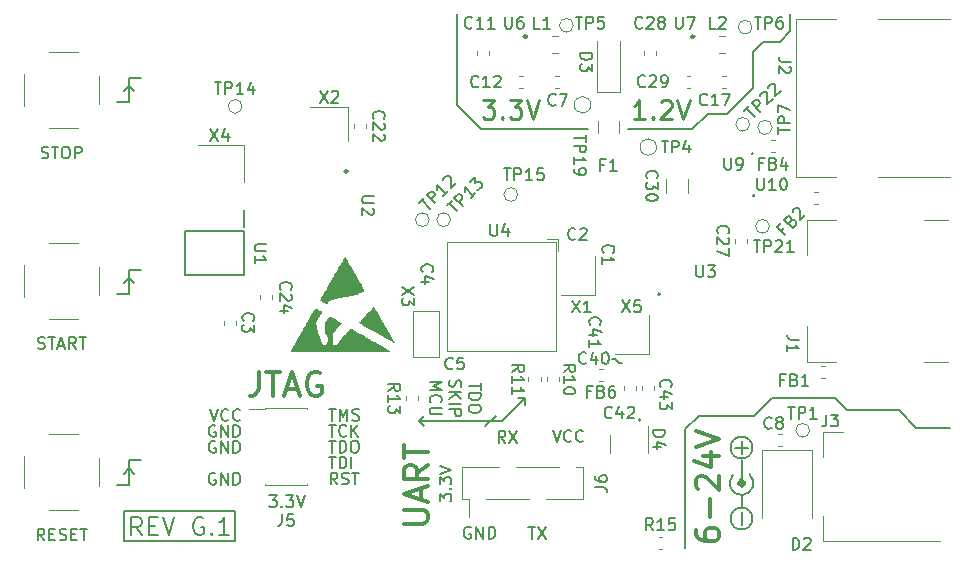
<source format=gbr>
G04 #@! TF.GenerationSoftware,KiCad,Pcbnew,(5.1.6)-1*
G04 #@! TF.CreationDate,2020-09-29T16:02:43+02:00*
G04 #@! TF.ProjectId,PrecisionTimer_RevG-1,50726563-6973-4696-9f6e-54696d65725f,rev?*
G04 #@! TF.SameCoordinates,Original*
G04 #@! TF.FileFunction,Legend,Top*
G04 #@! TF.FilePolarity,Positive*
%FSLAX46Y46*%
G04 Gerber Fmt 4.6, Leading zero omitted, Abs format (unit mm)*
G04 Created by KiCad (PCBNEW (5.1.6)-1) date 2020-09-29 16:02:43*
%MOMM*%
%LPD*%
G01*
G04 APERTURE LIST*
%ADD10C,0.200000*%
%ADD11C,0.150000*%
%ADD12C,0.250000*%
%ADD13C,0.300000*%
%ADD14C,0.254000*%
%ADD15C,0.120000*%
%ADD16C,0.100000*%
%ADD17C,0.010000*%
%ADD18C,0.500000*%
%ADD19R,4.850000X4.850000*%
%ADD20R,0.450000X1.100000*%
%ADD21R,1.100000X0.450000*%
%ADD22C,1.700000*%
%ADD23C,1.600000*%
%ADD24R,1.600000X1.700000*%
%ADD25O,3.100000X1.700000*%
%ADD26R,1.100000X1.250000*%
%ADD27R,0.700000X1.200000*%
%ADD28R,0.700000X0.350000*%
%ADD29R,0.650000X0.900000*%
%ADD30R,0.750000X1.100000*%
%ADD31R,1.900000X4.500000*%
%ADD32O,1.900000X4.100000*%
%ADD33O,4.100000X1.900000*%
%ADD34C,0.450000*%
%ADD35C,0.900000*%
%ADD36R,1.100000X1.300000*%
%ADD37R,1.100000X0.900000*%
%ADD38C,0.800000*%
%ADD39R,6.140000X3.500000*%
%ADD40C,1.500000*%
%ADD41R,3.100000X0.800000*%
%ADD42R,1.900000X1.100000*%
%ADD43C,2.500000*%
%ADD44C,2.100000*%
%ADD45C,1.100000*%
%ADD46R,2.500000X0.840000*%
%ADD47R,2.400000X2.600000*%
%ADD48R,1.800000X1.400000*%
%ADD49R,1.400000X0.800000*%
%ADD50R,0.400000X0.900000*%
%ADD51R,1.100000X2.610000*%
%ADD52R,0.400000X0.950000*%
%ADD53R,0.950000X0.400000*%
%ADD54R,3.400000X3.400000*%
%ADD55R,0.550000X1.575000*%
G04 APERTURE END LIST*
D10*
X143141700Y-84366100D02*
X142913100Y-84366100D01*
X142544800Y-83997800D02*
X142328900Y-83997800D01*
X142913100Y-84366100D02*
X142544800Y-83997800D01*
D11*
X131521200Y-89738200D02*
X132435600Y-88823800D01*
X125958600Y-89281000D02*
X126415800Y-89738200D01*
X125958600Y-89281000D02*
X126415800Y-88823800D01*
X134950200Y-87325200D02*
X134315200Y-87325200D01*
X134950200Y-87325200D02*
X134950200Y-87960200D01*
X132994400Y-89281000D02*
X134950200Y-87325200D01*
X125958600Y-89281000D02*
X132994400Y-89281000D01*
X131178819Y-86041076D02*
X131178819Y-86612504D01*
X130178819Y-86326790D02*
X131178819Y-86326790D01*
X130178819Y-86945838D02*
X131178819Y-86945838D01*
X131178819Y-87183933D01*
X131131200Y-87326790D01*
X131035961Y-87422028D01*
X130940723Y-87469647D01*
X130750247Y-87517266D01*
X130607390Y-87517266D01*
X130416914Y-87469647D01*
X130321676Y-87422028D01*
X130226438Y-87326790D01*
X130178819Y-87183933D01*
X130178819Y-86945838D01*
X131178819Y-88136314D02*
X131178819Y-88326790D01*
X131131200Y-88422028D01*
X131035961Y-88517266D01*
X130845485Y-88564885D01*
X130512152Y-88564885D01*
X130321676Y-88517266D01*
X130226438Y-88422028D01*
X130178819Y-88326790D01*
X130178819Y-88136314D01*
X130226438Y-88041076D01*
X130321676Y-87945838D01*
X130512152Y-87898219D01*
X130845485Y-87898219D01*
X131035961Y-87945838D01*
X131131200Y-88041076D01*
X131178819Y-88136314D01*
X128576438Y-85826790D02*
X128528819Y-85969647D01*
X128528819Y-86207742D01*
X128576438Y-86302980D01*
X128624057Y-86350600D01*
X128719295Y-86398219D01*
X128814533Y-86398219D01*
X128909771Y-86350600D01*
X128957390Y-86302980D01*
X129005009Y-86207742D01*
X129052628Y-86017266D01*
X129100247Y-85922028D01*
X129147866Y-85874409D01*
X129243104Y-85826790D01*
X129338342Y-85826790D01*
X129433580Y-85874409D01*
X129481200Y-85922028D01*
X129528819Y-86017266D01*
X129528819Y-86255361D01*
X129481200Y-86398219D01*
X128528819Y-86826790D02*
X129528819Y-86826790D01*
X128528819Y-87398219D02*
X129100247Y-86969647D01*
X129528819Y-87398219D02*
X128957390Y-86826790D01*
X128528819Y-87826790D02*
X129528819Y-87826790D01*
X128528819Y-88302980D02*
X129528819Y-88302980D01*
X129528819Y-88683933D01*
X129481200Y-88779171D01*
X129433580Y-88826790D01*
X129338342Y-88874409D01*
X129195485Y-88874409D01*
X129100247Y-88826790D01*
X129052628Y-88779171D01*
X129005009Y-88683933D01*
X129005009Y-88302980D01*
X126878819Y-85993457D02*
X127878819Y-85993457D01*
X127164533Y-86326790D01*
X127878819Y-86660123D01*
X126878819Y-86660123D01*
X126974057Y-87707742D02*
X126926438Y-87660123D01*
X126878819Y-87517266D01*
X126878819Y-87422028D01*
X126926438Y-87279171D01*
X127021676Y-87183933D01*
X127116914Y-87136314D01*
X127307390Y-87088695D01*
X127450247Y-87088695D01*
X127640723Y-87136314D01*
X127735961Y-87183933D01*
X127831200Y-87279171D01*
X127878819Y-87422028D01*
X127878819Y-87517266D01*
X127831200Y-87660123D01*
X127783580Y-87707742D01*
X127878819Y-88136314D02*
X127069295Y-88136314D01*
X126974057Y-88183933D01*
X126926438Y-88231552D01*
X126878819Y-88326790D01*
X126878819Y-88517266D01*
X126926438Y-88612504D01*
X126974057Y-88660123D01*
X127069295Y-88707742D01*
X127878819Y-88707742D01*
D10*
X168046400Y-89839800D02*
X170942000Y-89839800D01*
X166573200Y-88366600D02*
X168046400Y-89839800D01*
X110388400Y-96913700D02*
X100965000Y-96913700D01*
X110388400Y-99453700D02*
X110388400Y-96913700D01*
X100965000Y-99453700D02*
X110388400Y-99453700D01*
X100965000Y-96913700D02*
X100965000Y-99453700D01*
X102464800Y-98938471D02*
X101964800Y-98224185D01*
X101607657Y-98938471D02*
X101607657Y-97438471D01*
X102179085Y-97438471D01*
X102321942Y-97509900D01*
X102393371Y-97581328D01*
X102464800Y-97724185D01*
X102464800Y-97938471D01*
X102393371Y-98081328D01*
X102321942Y-98152757D01*
X102179085Y-98224185D01*
X101607657Y-98224185D01*
X103107657Y-98152757D02*
X103607657Y-98152757D01*
X103821942Y-98938471D02*
X103107657Y-98938471D01*
X103107657Y-97438471D01*
X103821942Y-97438471D01*
X104250514Y-97438471D02*
X104750514Y-98938471D01*
X105250514Y-97438471D01*
X107679085Y-97509900D02*
X107536228Y-97438471D01*
X107321942Y-97438471D01*
X107107657Y-97509900D01*
X106964800Y-97652757D01*
X106893371Y-97795614D01*
X106821942Y-98081328D01*
X106821942Y-98295614D01*
X106893371Y-98581328D01*
X106964800Y-98724185D01*
X107107657Y-98867042D01*
X107321942Y-98938471D01*
X107464800Y-98938471D01*
X107679085Y-98867042D01*
X107750514Y-98795614D01*
X107750514Y-98295614D01*
X107464800Y-98295614D01*
X108393371Y-98795614D02*
X108464800Y-98867042D01*
X108393371Y-98938471D01*
X108321942Y-98867042D01*
X108393371Y-98795614D01*
X108393371Y-98938471D01*
X109893371Y-98938471D02*
X109036228Y-98938471D01*
X109464800Y-98938471D02*
X109464800Y-97438471D01*
X109321942Y-97652757D01*
X109179085Y-97795614D01*
X109036228Y-97867042D01*
D11*
X101396800Y-93294200D02*
X101854000Y-93751400D01*
X100355400Y-94665800D02*
X101396800Y-94665800D01*
X101396800Y-92583000D02*
X102438200Y-92583000D01*
X101396800Y-93294200D02*
X100939600Y-93751400D01*
X101396800Y-94665800D02*
X101396800Y-92583000D01*
X101396800Y-77165200D02*
X101854000Y-77622400D01*
X100355400Y-78536800D02*
X101396800Y-78536800D01*
X101396800Y-76454000D02*
X102438200Y-76454000D01*
X101396800Y-77165200D02*
X100939600Y-77622400D01*
X101396800Y-78536800D02*
X101396800Y-76454000D01*
X101396800Y-62280800D02*
X101396800Y-60198000D01*
X100355400Y-62280800D02*
X101396800Y-62280800D01*
X101396800Y-60909200D02*
X100939600Y-61366400D01*
X101396800Y-60198000D02*
X102438200Y-60198000D01*
X101396800Y-60909200D02*
X101854000Y-61366400D01*
D10*
X162204400Y-88366600D02*
X166573200Y-88366600D01*
X161137600Y-87299800D02*
X162204400Y-88366600D01*
X155829000Y-87299800D02*
X161137600Y-87299800D01*
X154305000Y-88823800D02*
X155829000Y-87299800D01*
X149682200Y-88823800D02*
X154305000Y-88823800D01*
X148513800Y-89992200D02*
X149682200Y-88823800D01*
X148513800Y-100025200D02*
X148513800Y-89992200D01*
X129184400Y-62534800D02*
X129184400Y-54838600D01*
X131216400Y-64566800D02*
X129184400Y-62534800D01*
X140284200Y-64566800D02*
X131216400Y-64566800D01*
X157378400Y-56286400D02*
X157378400Y-54838600D01*
X156489400Y-57175400D02*
X157378400Y-56286400D01*
X154203400Y-58064400D02*
X155092400Y-57175400D01*
X155092400Y-57175400D02*
X156489400Y-57175400D01*
X154203400Y-61112400D02*
X154203400Y-58064400D01*
X152044400Y-63271400D02*
X154203400Y-61112400D01*
X150393400Y-63271400D02*
X152044400Y-63271400D01*
X149098000Y-64566800D02*
X150393400Y-63271400D01*
X143687800Y-64566800D02*
X149098000Y-64566800D01*
D12*
X131343695Y-62115809D02*
X132334171Y-62115809D01*
X131800838Y-62725333D01*
X132029409Y-62725333D01*
X132181790Y-62801523D01*
X132257980Y-62877714D01*
X132334171Y-63030095D01*
X132334171Y-63411047D01*
X132257980Y-63563428D01*
X132181790Y-63639619D01*
X132029409Y-63715809D01*
X131572266Y-63715809D01*
X131419885Y-63639619D01*
X131343695Y-63563428D01*
X133019885Y-63563428D02*
X133096076Y-63639619D01*
X133019885Y-63715809D01*
X132943695Y-63639619D01*
X133019885Y-63563428D01*
X133019885Y-63715809D01*
X133629409Y-62115809D02*
X134619885Y-62115809D01*
X134086552Y-62725333D01*
X134315123Y-62725333D01*
X134467504Y-62801523D01*
X134543695Y-62877714D01*
X134619885Y-63030095D01*
X134619885Y-63411047D01*
X134543695Y-63563428D01*
X134467504Y-63639619D01*
X134315123Y-63715809D01*
X133857980Y-63715809D01*
X133705600Y-63639619D01*
X133629409Y-63563428D01*
X135077028Y-62115809D02*
X135610361Y-63715809D01*
X136143695Y-62115809D01*
X145059571Y-63715809D02*
X144145285Y-63715809D01*
X144602428Y-63715809D02*
X144602428Y-62115809D01*
X144450047Y-62344380D01*
X144297666Y-62496761D01*
X144145285Y-62572952D01*
X145745285Y-63563428D02*
X145821476Y-63639619D01*
X145745285Y-63715809D01*
X145669095Y-63639619D01*
X145745285Y-63563428D01*
X145745285Y-63715809D01*
X146431000Y-62268190D02*
X146507190Y-62192000D01*
X146659571Y-62115809D01*
X147040523Y-62115809D01*
X147192904Y-62192000D01*
X147269095Y-62268190D01*
X147345285Y-62420571D01*
X147345285Y-62572952D01*
X147269095Y-62801523D01*
X146354809Y-63715809D01*
X147345285Y-63715809D01*
X147802428Y-62115809D02*
X148335761Y-63715809D01*
X148869095Y-62115809D01*
D11*
X153262000Y-98069333D02*
X153262000Y-97002666D01*
X152730266Y-91540000D02*
X153796933Y-91540000D01*
X153263600Y-92073333D02*
X153263600Y-91006666D01*
X127696980Y-96065790D02*
X127696980Y-95446742D01*
X128077933Y-95780076D01*
X128077933Y-95637219D01*
X128125552Y-95541980D01*
X128173171Y-95494361D01*
X128268409Y-95446742D01*
X128506504Y-95446742D01*
X128601742Y-95494361D01*
X128649361Y-95541980D01*
X128696980Y-95637219D01*
X128696980Y-95922933D01*
X128649361Y-96018171D01*
X128601742Y-96065790D01*
X128601742Y-95018171D02*
X128649361Y-94970552D01*
X128696980Y-95018171D01*
X128649361Y-95065790D01*
X128601742Y-95018171D01*
X128696980Y-95018171D01*
X127696980Y-94637219D02*
X127696980Y-94018171D01*
X128077933Y-94351504D01*
X128077933Y-94208647D01*
X128125552Y-94113409D01*
X128173171Y-94065790D01*
X128268409Y-94018171D01*
X128506504Y-94018171D01*
X128601742Y-94065790D01*
X128649361Y-94113409D01*
X128696980Y-94208647D01*
X128696980Y-94494361D01*
X128649361Y-94589600D01*
X128601742Y-94637219D01*
X127696980Y-93732457D02*
X128696980Y-93399123D01*
X127696980Y-93065790D01*
X137274466Y-90054180D02*
X137607800Y-91054180D01*
X137941133Y-90054180D01*
X138845895Y-90958942D02*
X138798276Y-91006561D01*
X138655419Y-91054180D01*
X138560180Y-91054180D01*
X138417323Y-91006561D01*
X138322085Y-90911323D01*
X138274466Y-90816085D01*
X138226847Y-90625609D01*
X138226847Y-90482752D01*
X138274466Y-90292276D01*
X138322085Y-90197038D01*
X138417323Y-90101800D01*
X138560180Y-90054180D01*
X138655419Y-90054180D01*
X138798276Y-90101800D01*
X138845895Y-90149419D01*
X139845895Y-90958942D02*
X139798276Y-91006561D01*
X139655419Y-91054180D01*
X139560180Y-91054180D01*
X139417323Y-91006561D01*
X139322085Y-90911323D01*
X139274466Y-90816085D01*
X139226847Y-90625609D01*
X139226847Y-90482752D01*
X139274466Y-90292276D01*
X139322085Y-90197038D01*
X139417323Y-90101800D01*
X139560180Y-90054180D01*
X139655419Y-90054180D01*
X139798276Y-90101800D01*
X139845895Y-90149419D01*
X130327495Y-98280600D02*
X130232257Y-98232980D01*
X130089400Y-98232980D01*
X129946542Y-98280600D01*
X129851304Y-98375838D01*
X129803685Y-98471076D01*
X129756066Y-98661552D01*
X129756066Y-98804409D01*
X129803685Y-98994885D01*
X129851304Y-99090123D01*
X129946542Y-99185361D01*
X130089400Y-99232980D01*
X130184638Y-99232980D01*
X130327495Y-99185361D01*
X130375114Y-99137742D01*
X130375114Y-98804409D01*
X130184638Y-98804409D01*
X130803685Y-99232980D02*
X130803685Y-98232980D01*
X131375114Y-99232980D01*
X131375114Y-98232980D01*
X131851304Y-99232980D02*
X131851304Y-98232980D01*
X132089400Y-98232980D01*
X132232257Y-98280600D01*
X132327495Y-98375838D01*
X132375114Y-98471076D01*
X132422733Y-98661552D01*
X132422733Y-98804409D01*
X132375114Y-98994885D01*
X132327495Y-99090123D01*
X132232257Y-99185361D01*
X132089400Y-99232980D01*
X131851304Y-99232980D01*
X133259533Y-91104980D02*
X132926200Y-90628790D01*
X132688104Y-91104980D02*
X132688104Y-90104980D01*
X133069057Y-90104980D01*
X133164295Y-90152600D01*
X133211914Y-90200219D01*
X133259533Y-90295457D01*
X133259533Y-90438314D01*
X133211914Y-90533552D01*
X133164295Y-90581171D01*
X133069057Y-90628790D01*
X132688104Y-90628790D01*
X133592866Y-90104980D02*
X134259533Y-91104980D01*
X134259533Y-90104980D02*
X133592866Y-91104980D01*
X135204295Y-98232980D02*
X135775723Y-98232980D01*
X135490009Y-99232980D02*
X135490009Y-98232980D01*
X136013819Y-98232980D02*
X136680485Y-99232980D01*
X136680485Y-98232980D02*
X136013819Y-99232980D01*
D13*
X124710961Y-97957876D02*
X126330009Y-97957876D01*
X126520485Y-97862638D01*
X126615723Y-97767400D01*
X126710961Y-97576923D01*
X126710961Y-97195971D01*
X126615723Y-97005495D01*
X126520485Y-96910257D01*
X126330009Y-96815019D01*
X124710961Y-96815019D01*
X126139533Y-95957876D02*
X126139533Y-95005495D01*
X126710961Y-96148352D02*
X124710961Y-95481685D01*
X126710961Y-94815019D01*
X126710961Y-93005495D02*
X125758580Y-93672161D01*
X126710961Y-94148352D02*
X124710961Y-94148352D01*
X124710961Y-93386447D01*
X124806200Y-93195971D01*
X124901438Y-93100733D01*
X125091914Y-93005495D01*
X125377628Y-93005495D01*
X125568104Y-93100733D01*
X125663342Y-93195971D01*
X125758580Y-93386447D01*
X125758580Y-94148352D01*
X124710961Y-92434066D02*
X124710961Y-91291209D01*
X126710961Y-91862638D02*
X124710961Y-91862638D01*
X149374361Y-98488047D02*
X149374361Y-98869000D01*
X149469600Y-99059476D01*
X149564838Y-99154714D01*
X149850552Y-99345190D01*
X150231504Y-99440428D01*
X150993409Y-99440428D01*
X151183885Y-99345190D01*
X151279123Y-99249952D01*
X151374361Y-99059476D01*
X151374361Y-98678523D01*
X151279123Y-98488047D01*
X151183885Y-98392809D01*
X150993409Y-98297571D01*
X150517219Y-98297571D01*
X150326742Y-98392809D01*
X150231504Y-98488047D01*
X150136266Y-98678523D01*
X150136266Y-99059476D01*
X150231504Y-99249952D01*
X150326742Y-99345190D01*
X150517219Y-99440428D01*
X150612457Y-97440428D02*
X150612457Y-95916619D01*
X149564838Y-95059476D02*
X149469600Y-94964238D01*
X149374361Y-94773761D01*
X149374361Y-94297571D01*
X149469600Y-94107095D01*
X149564838Y-94011857D01*
X149755314Y-93916619D01*
X149945790Y-93916619D01*
X150231504Y-94011857D01*
X151374361Y-95154714D01*
X151374361Y-93916619D01*
X150041028Y-92202333D02*
X151374361Y-92202333D01*
X149279123Y-92678523D02*
X150707695Y-93154714D01*
X150707695Y-91916619D01*
X149374361Y-91440428D02*
X151374361Y-90773761D01*
X149374361Y-90107095D01*
D11*
X94242119Y-99385380D02*
X93908785Y-98909190D01*
X93670690Y-99385380D02*
X93670690Y-98385380D01*
X94051642Y-98385380D01*
X94146880Y-98433000D01*
X94194500Y-98480619D01*
X94242119Y-98575857D01*
X94242119Y-98718714D01*
X94194500Y-98813952D01*
X94146880Y-98861571D01*
X94051642Y-98909190D01*
X93670690Y-98909190D01*
X94670690Y-98861571D02*
X95004023Y-98861571D01*
X95146880Y-99385380D02*
X94670690Y-99385380D01*
X94670690Y-98385380D01*
X95146880Y-98385380D01*
X95527833Y-99337761D02*
X95670690Y-99385380D01*
X95908785Y-99385380D01*
X96004023Y-99337761D01*
X96051642Y-99290142D01*
X96099261Y-99194904D01*
X96099261Y-99099666D01*
X96051642Y-99004428D01*
X96004023Y-98956809D01*
X95908785Y-98909190D01*
X95718309Y-98861571D01*
X95623071Y-98813952D01*
X95575452Y-98766333D01*
X95527833Y-98671095D01*
X95527833Y-98575857D01*
X95575452Y-98480619D01*
X95623071Y-98433000D01*
X95718309Y-98385380D01*
X95956404Y-98385380D01*
X96099261Y-98433000D01*
X96527833Y-98861571D02*
X96861166Y-98861571D01*
X97004023Y-99385380D02*
X96527833Y-99385380D01*
X96527833Y-98385380D01*
X97004023Y-98385380D01*
X97289738Y-98385380D02*
X97861166Y-98385380D01*
X97575452Y-99385380D02*
X97575452Y-98385380D01*
X93718309Y-83132561D02*
X93861166Y-83180180D01*
X94099261Y-83180180D01*
X94194500Y-83132561D01*
X94242119Y-83084942D01*
X94289738Y-82989704D01*
X94289738Y-82894466D01*
X94242119Y-82799228D01*
X94194500Y-82751609D01*
X94099261Y-82703990D01*
X93908785Y-82656371D01*
X93813547Y-82608752D01*
X93765928Y-82561133D01*
X93718309Y-82465895D01*
X93718309Y-82370657D01*
X93765928Y-82275419D01*
X93813547Y-82227800D01*
X93908785Y-82180180D01*
X94146880Y-82180180D01*
X94289738Y-82227800D01*
X94575452Y-82180180D02*
X95146880Y-82180180D01*
X94861166Y-83180180D02*
X94861166Y-82180180D01*
X95432595Y-82894466D02*
X95908785Y-82894466D01*
X95337357Y-83180180D02*
X95670690Y-82180180D01*
X96004023Y-83180180D01*
X96908785Y-83180180D02*
X96575452Y-82703990D01*
X96337357Y-83180180D02*
X96337357Y-82180180D01*
X96718309Y-82180180D01*
X96813547Y-82227800D01*
X96861166Y-82275419D01*
X96908785Y-82370657D01*
X96908785Y-82513514D01*
X96861166Y-82608752D01*
X96813547Y-82656371D01*
X96718309Y-82703990D01*
X96337357Y-82703990D01*
X97194500Y-82180180D02*
X97765928Y-82180180D01*
X97480214Y-83180180D02*
X97480214Y-82180180D01*
X94004023Y-67003561D02*
X94146880Y-67051180D01*
X94384976Y-67051180D01*
X94480214Y-67003561D01*
X94527833Y-66955942D01*
X94575452Y-66860704D01*
X94575452Y-66765466D01*
X94527833Y-66670228D01*
X94480214Y-66622609D01*
X94384976Y-66574990D01*
X94194500Y-66527371D01*
X94099261Y-66479752D01*
X94051642Y-66432133D01*
X94004023Y-66336895D01*
X94004023Y-66241657D01*
X94051642Y-66146419D01*
X94099261Y-66098800D01*
X94194500Y-66051180D01*
X94432595Y-66051180D01*
X94575452Y-66098800D01*
X94861166Y-66051180D02*
X95432595Y-66051180D01*
X95146880Y-67051180D02*
X95146880Y-66051180D01*
X95956404Y-66051180D02*
X96146880Y-66051180D01*
X96242119Y-66098800D01*
X96337357Y-66194038D01*
X96384976Y-66384514D01*
X96384976Y-66717847D01*
X96337357Y-66908323D01*
X96242119Y-67003561D01*
X96146880Y-67051180D01*
X95956404Y-67051180D01*
X95861166Y-67003561D01*
X95765928Y-66908323D01*
X95718309Y-66717847D01*
X95718309Y-66384514D01*
X95765928Y-66194038D01*
X95861166Y-66098800D01*
X95956404Y-66051180D01*
X96813547Y-67051180D02*
X96813547Y-66051180D01*
X97194500Y-66051180D01*
X97289738Y-66098800D01*
X97337357Y-66146419D01*
X97384976Y-66241657D01*
X97384976Y-66384514D01*
X97337357Y-66479752D01*
X97289738Y-66527371D01*
X97194500Y-66574990D01*
X96813547Y-66574990D01*
X113281009Y-95565980D02*
X113900057Y-95565980D01*
X113566723Y-95946933D01*
X113709580Y-95946933D01*
X113804819Y-95994552D01*
X113852438Y-96042171D01*
X113900057Y-96137409D01*
X113900057Y-96375504D01*
X113852438Y-96470742D01*
X113804819Y-96518361D01*
X113709580Y-96565980D01*
X113423866Y-96565980D01*
X113328628Y-96518361D01*
X113281009Y-96470742D01*
X114328628Y-96470742D02*
X114376247Y-96518361D01*
X114328628Y-96565980D01*
X114281009Y-96518361D01*
X114328628Y-96470742D01*
X114328628Y-96565980D01*
X114709580Y-95565980D02*
X115328628Y-95565980D01*
X114995295Y-95946933D01*
X115138152Y-95946933D01*
X115233390Y-95994552D01*
X115281009Y-96042171D01*
X115328628Y-96137409D01*
X115328628Y-96375504D01*
X115281009Y-96470742D01*
X115233390Y-96518361D01*
X115138152Y-96565980D01*
X114852438Y-96565980D01*
X114757200Y-96518361D01*
X114709580Y-96470742D01*
X115614342Y-95565980D02*
X115947676Y-96565980D01*
X116281009Y-95565980D01*
X108235904Y-88263480D02*
X108569238Y-89263480D01*
X108902571Y-88263480D01*
X109807333Y-89168242D02*
X109759714Y-89215861D01*
X109616857Y-89263480D01*
X109521618Y-89263480D01*
X109378761Y-89215861D01*
X109283523Y-89120623D01*
X109235904Y-89025385D01*
X109188285Y-88834909D01*
X109188285Y-88692052D01*
X109235904Y-88501576D01*
X109283523Y-88406338D01*
X109378761Y-88311100D01*
X109521618Y-88263480D01*
X109616857Y-88263480D01*
X109759714Y-88311100D01*
X109807333Y-88358719D01*
X110807333Y-89168242D02*
X110759714Y-89215861D01*
X110616857Y-89263480D01*
X110521618Y-89263480D01*
X110378761Y-89215861D01*
X110283523Y-89120623D01*
X110235904Y-89025385D01*
X110188285Y-88834909D01*
X110188285Y-88692052D01*
X110235904Y-88501576D01*
X110283523Y-88406338D01*
X110378761Y-88311100D01*
X110521618Y-88263480D01*
X110616857Y-88263480D01*
X110759714Y-88311100D01*
X110807333Y-88358719D01*
X108712095Y-89660475D02*
X108616857Y-89612855D01*
X108474000Y-89612855D01*
X108331142Y-89660475D01*
X108235904Y-89755713D01*
X108188285Y-89850951D01*
X108140666Y-90041427D01*
X108140666Y-90184284D01*
X108188285Y-90374760D01*
X108235904Y-90469998D01*
X108331142Y-90565236D01*
X108474000Y-90612855D01*
X108569238Y-90612855D01*
X108712095Y-90565236D01*
X108759714Y-90517617D01*
X108759714Y-90184284D01*
X108569238Y-90184284D01*
X109188285Y-90612855D02*
X109188285Y-89612855D01*
X109759714Y-90612855D01*
X109759714Y-89612855D01*
X110235904Y-90612855D02*
X110235904Y-89612855D01*
X110474000Y-89612855D01*
X110616857Y-89660475D01*
X110712095Y-89755713D01*
X110759714Y-89850951D01*
X110807333Y-90041427D01*
X110807333Y-90184284D01*
X110759714Y-90374760D01*
X110712095Y-90469998D01*
X110616857Y-90565236D01*
X110474000Y-90612855D01*
X110235904Y-90612855D01*
X108712095Y-91009850D02*
X108616857Y-90962230D01*
X108474000Y-90962230D01*
X108331142Y-91009850D01*
X108235904Y-91105088D01*
X108188285Y-91200326D01*
X108140666Y-91390802D01*
X108140666Y-91533659D01*
X108188285Y-91724135D01*
X108235904Y-91819373D01*
X108331142Y-91914611D01*
X108474000Y-91962230D01*
X108569238Y-91962230D01*
X108712095Y-91914611D01*
X108759714Y-91866992D01*
X108759714Y-91533659D01*
X108569238Y-91533659D01*
X109188285Y-91962230D02*
X109188285Y-90962230D01*
X109759714Y-91962230D01*
X109759714Y-90962230D01*
X110235904Y-91962230D02*
X110235904Y-90962230D01*
X110474000Y-90962230D01*
X110616857Y-91009850D01*
X110712095Y-91105088D01*
X110759714Y-91200326D01*
X110807333Y-91390802D01*
X110807333Y-91533659D01*
X110759714Y-91724135D01*
X110712095Y-91819373D01*
X110616857Y-91914611D01*
X110474000Y-91962230D01*
X110235904Y-91962230D01*
X108712095Y-93708600D02*
X108616857Y-93660980D01*
X108474000Y-93660980D01*
X108331142Y-93708600D01*
X108235904Y-93803838D01*
X108188285Y-93899076D01*
X108140666Y-94089552D01*
X108140666Y-94232409D01*
X108188285Y-94422885D01*
X108235904Y-94518123D01*
X108331142Y-94613361D01*
X108474000Y-94660980D01*
X108569238Y-94660980D01*
X108712095Y-94613361D01*
X108759714Y-94565742D01*
X108759714Y-94232409D01*
X108569238Y-94232409D01*
X109188285Y-94660980D02*
X109188285Y-93660980D01*
X109759714Y-94660980D01*
X109759714Y-93660980D01*
X110235904Y-94660980D02*
X110235904Y-93660980D01*
X110474000Y-93660980D01*
X110616857Y-93708600D01*
X110712095Y-93803838D01*
X110759714Y-93899076D01*
X110807333Y-94089552D01*
X110807333Y-94232409D01*
X110759714Y-94422885D01*
X110712095Y-94518123D01*
X110616857Y-94613361D01*
X110474000Y-94660980D01*
X110235904Y-94660980D01*
X119038761Y-94648280D02*
X118705428Y-94172090D01*
X118467333Y-94648280D02*
X118467333Y-93648280D01*
X118848285Y-93648280D01*
X118943523Y-93695900D01*
X118991142Y-93743519D01*
X119038761Y-93838757D01*
X119038761Y-93981614D01*
X118991142Y-94076852D01*
X118943523Y-94124471D01*
X118848285Y-94172090D01*
X118467333Y-94172090D01*
X119419714Y-94600661D02*
X119562571Y-94648280D01*
X119800666Y-94648280D01*
X119895904Y-94600661D01*
X119943523Y-94553042D01*
X119991142Y-94457804D01*
X119991142Y-94362566D01*
X119943523Y-94267328D01*
X119895904Y-94219709D01*
X119800666Y-94172090D01*
X119610190Y-94124471D01*
X119514952Y-94076852D01*
X119467333Y-94029233D01*
X119419714Y-93933995D01*
X119419714Y-93838757D01*
X119467333Y-93743519D01*
X119514952Y-93695900D01*
X119610190Y-93648280D01*
X119848285Y-93648280D01*
X119991142Y-93695900D01*
X120276857Y-93648280D02*
X120848285Y-93648280D01*
X120562571Y-94648280D02*
X120562571Y-93648280D01*
X118324475Y-88250780D02*
X118895904Y-88250780D01*
X118610189Y-89250780D02*
X118610189Y-88250780D01*
X119229237Y-89250780D02*
X119229237Y-88250780D01*
X119562570Y-88965066D01*
X119895904Y-88250780D01*
X119895904Y-89250780D01*
X120324475Y-89203161D02*
X120467332Y-89250780D01*
X120705428Y-89250780D01*
X120800666Y-89203161D01*
X120848285Y-89155542D01*
X120895904Y-89060304D01*
X120895904Y-88965066D01*
X120848285Y-88869828D01*
X120800666Y-88822209D01*
X120705428Y-88774590D01*
X120514951Y-88726971D01*
X120419713Y-88679352D01*
X120372094Y-88631733D01*
X120324475Y-88536495D01*
X120324475Y-88441257D01*
X120372094Y-88346019D01*
X120419713Y-88298400D01*
X120514951Y-88250780D01*
X120753047Y-88250780D01*
X120895904Y-88298400D01*
X118324475Y-89600155D02*
X118895904Y-89600155D01*
X118610190Y-90600155D02*
X118610190Y-89600155D01*
X119800666Y-90504917D02*
X119753047Y-90552536D01*
X119610190Y-90600155D01*
X119514951Y-90600155D01*
X119372094Y-90552536D01*
X119276856Y-90457298D01*
X119229237Y-90362060D01*
X119181618Y-90171584D01*
X119181618Y-90028727D01*
X119229237Y-89838251D01*
X119276856Y-89743013D01*
X119372094Y-89647775D01*
X119514951Y-89600155D01*
X119610190Y-89600155D01*
X119753047Y-89647775D01*
X119800666Y-89695394D01*
X120229237Y-90600155D02*
X120229237Y-89600155D01*
X120800666Y-90600155D02*
X120372094Y-90028727D01*
X120800666Y-89600155D02*
X120229237Y-90171584D01*
X118324475Y-92298905D02*
X118895904Y-92298905D01*
X118610189Y-93298905D02*
X118610189Y-92298905D01*
X119229237Y-93298905D02*
X119229237Y-92298905D01*
X119467332Y-92298905D01*
X119610189Y-92346525D01*
X119705427Y-92441763D01*
X119753046Y-92537001D01*
X119800665Y-92727477D01*
X119800665Y-92870334D01*
X119753046Y-93060810D01*
X119705427Y-93156048D01*
X119610189Y-93251286D01*
X119467332Y-93298905D01*
X119229237Y-93298905D01*
X120229237Y-93298905D02*
X120229237Y-92298905D01*
X118324476Y-90949530D02*
X118895904Y-90949530D01*
X118610190Y-91949530D02*
X118610190Y-90949530D01*
X119229238Y-91949530D02*
X119229238Y-90949530D01*
X119467333Y-90949530D01*
X119610190Y-90997150D01*
X119705428Y-91092388D01*
X119753047Y-91187626D01*
X119800666Y-91378102D01*
X119800666Y-91520959D01*
X119753047Y-91711435D01*
X119705428Y-91806673D01*
X119610190Y-91901911D01*
X119467333Y-91949530D01*
X119229238Y-91949530D01*
X120419714Y-90949530D02*
X120610190Y-90949530D01*
X120705428Y-90997150D01*
X120800666Y-91092388D01*
X120848285Y-91282864D01*
X120848285Y-91616197D01*
X120800666Y-91806673D01*
X120705428Y-91901911D01*
X120610190Y-91949530D01*
X120419714Y-91949530D01*
X120324476Y-91901911D01*
X120229238Y-91806673D01*
X120181619Y-91616197D01*
X120181619Y-91282864D01*
X120229238Y-91092388D01*
X120324476Y-90997150D01*
X120419714Y-90949530D01*
D13*
X112373066Y-85137761D02*
X112373066Y-86566333D01*
X112277828Y-86852047D01*
X112087352Y-87042523D01*
X111801638Y-87137761D01*
X111611161Y-87137761D01*
X113039733Y-85137761D02*
X114182590Y-85137761D01*
X113611161Y-87137761D02*
X113611161Y-85137761D01*
X114754019Y-86566333D02*
X115706400Y-86566333D01*
X114563542Y-87137761D02*
X115230209Y-85137761D01*
X115896876Y-87137761D01*
X117611161Y-85233000D02*
X117420685Y-85137761D01*
X117134971Y-85137761D01*
X116849257Y-85233000D01*
X116658780Y-85423476D01*
X116563542Y-85613952D01*
X116468304Y-85994904D01*
X116468304Y-86280619D01*
X116563542Y-86661571D01*
X116658780Y-86852047D01*
X116849257Y-87042523D01*
X117134971Y-87137761D01*
X117325447Y-87137761D01*
X117611161Y-87042523D01*
X117706400Y-86947285D01*
X117706400Y-86280619D01*
X117325447Y-86280619D01*
D14*
X146358900Y-78535000D02*
G75*
G03*
X146358900Y-78535000I-65100J0D01*
G01*
D15*
X164795200Y-55219600D02*
X170891200Y-55219600D01*
X157911800Y-55219600D02*
X161274800Y-55219600D01*
X157911800Y-68630800D02*
X161274800Y-68630800D01*
X157911800Y-68630800D02*
X157911800Y-55219600D01*
X170891200Y-68630800D02*
X164795200Y-68630800D01*
X145392600Y-83615800D02*
X145392600Y-80315800D01*
X142592600Y-83615800D02*
X145392600Y-83615800D01*
X141526479Y-84897500D02*
X141200921Y-84897500D01*
X141526479Y-85917500D02*
X141200921Y-85917500D01*
X144854200Y-86349721D02*
X144854200Y-86675279D01*
X145874200Y-86349721D02*
X145874200Y-86675279D01*
X144362900Y-86675179D02*
X144362900Y-86349621D01*
X143342900Y-86675179D02*
X143342900Y-86349621D01*
D14*
X154185000Y-66649600D02*
G75*
G03*
X154185000Y-66649600I-57800J0D01*
G01*
X154312422Y-70180200D02*
G75*
G03*
X154312422Y-70180200I-58222J0D01*
G01*
D15*
X144729200Y-89204800D02*
G75*
G03*
X144729200Y-89204800I-101600J0D01*
G01*
X144684396Y-89204800D02*
G75*
G03*
X144684396Y-89204800I-56796J0D01*
G01*
X142087600Y-90449400D02*
X142087600Y-92024200D01*
X145338800Y-89662000D02*
X145338800Y-92024200D01*
X119963300Y-62723000D02*
X116763500Y-62723000D01*
X119963300Y-65593200D02*
X119963100Y-62723000D01*
X170053000Y-99441000D02*
X160197800Y-99441000D01*
X160188400Y-92318200D02*
X160188400Y-90220800D01*
X160188400Y-90220800D02*
X161823400Y-90220800D01*
X160197800Y-99441000D02*
X160197800Y-97307400D01*
X128323600Y-83334600D02*
X137563600Y-83334600D01*
X128323600Y-74094600D02*
X128323600Y-83334600D01*
X137563600Y-74094600D02*
X128323600Y-74094600D01*
X137563600Y-83334600D02*
X137563600Y-74094600D01*
X137763600Y-73894600D02*
X137763600Y-74894600D01*
X136763600Y-73894600D02*
X137763600Y-73894600D01*
X153949400Y-64160400D02*
G75*
G03*
X153949400Y-64160400I-584200J0D01*
G01*
X140820600Y-78586600D02*
X140820600Y-75286600D01*
X138020600Y-78586600D02*
X140820600Y-78586600D01*
X111163100Y-69062600D02*
X111163100Y-65938400D01*
X111163100Y-65938400D02*
X107226100Y-65938400D01*
X154152600Y-55930800D02*
G75*
G03*
X154152600Y-55930800I-584200J0D01*
G01*
X155625800Y-72796400D02*
G75*
G03*
X155625800Y-72796400I-584200J0D01*
G01*
D16*
X158789800Y-75247400D02*
X158789800Y-72247400D01*
X158789800Y-72247400D02*
X161289800Y-72247400D01*
X158789800Y-81247400D02*
X158789800Y-84247400D01*
X158789800Y-84247400D02*
X161289800Y-84247400D01*
X168706800Y-84241800D02*
X170764200Y-84241800D01*
X170764200Y-72253000D02*
X168706800Y-72253000D01*
D15*
X159029400Y-90068400D02*
G75*
G03*
X159029400Y-90068400I-584200J0D01*
G01*
X125425200Y-79959200D02*
X125425200Y-83870800D01*
X127635000Y-79959200D02*
X125425200Y-79959200D01*
X127635000Y-83870800D02*
X127635000Y-79959200D01*
X125425200Y-83870800D02*
X127635000Y-83870800D01*
X137809700Y-85587621D02*
X137809700Y-85913179D01*
X136789700Y-85587621D02*
X136789700Y-85913179D01*
D17*
G36*
X119677078Y-75451166D02*
G01*
X119708076Y-75501538D01*
X119755834Y-75581341D01*
X119818394Y-75687180D01*
X119893797Y-75815659D01*
X119980085Y-75963384D01*
X120075301Y-76126958D01*
X120177485Y-76302987D01*
X120284681Y-76488075D01*
X120394929Y-76678827D01*
X120506271Y-76871847D01*
X120616750Y-77063741D01*
X120724407Y-77251111D01*
X120827284Y-77430565D01*
X120923423Y-77598705D01*
X121010865Y-77752137D01*
X121087653Y-77887465D01*
X121151828Y-78001294D01*
X121201433Y-78090229D01*
X121234509Y-78150874D01*
X121249097Y-78179833D01*
X121249631Y-78181644D01*
X121231521Y-78206217D01*
X121181180Y-78243807D01*
X121104595Y-78290722D01*
X121007752Y-78343274D01*
X120906367Y-78393213D01*
X120768415Y-78453769D01*
X120623342Y-78508179D01*
X120466150Y-78557651D01*
X120291843Y-78603395D01*
X120095422Y-78646620D01*
X119871889Y-78688534D01*
X119616248Y-78730347D01*
X119351806Y-78769284D01*
X119122052Y-78803828D01*
X118929117Y-78838026D01*
X118768164Y-78873577D01*
X118634355Y-78912182D01*
X118522850Y-78955539D01*
X118428814Y-79005348D01*
X118347406Y-79063309D01*
X118273790Y-79131120D01*
X118250051Y-79156312D01*
X118198597Y-79214958D01*
X118160534Y-79262815D01*
X118142877Y-79290958D01*
X118142406Y-79293265D01*
X118136228Y-79307416D01*
X118114790Y-79307575D01*
X118073733Y-79291861D01*
X118008701Y-79258391D01*
X117915337Y-79205281D01*
X117850452Y-79167088D01*
X117753701Y-79107385D01*
X117678512Y-79056263D01*
X117629939Y-79017399D01*
X117613035Y-78994472D01*
X117613045Y-78994305D01*
X117623528Y-78972456D01*
X117653131Y-78917739D01*
X117700138Y-78833136D01*
X117762829Y-78721629D01*
X117839486Y-78586201D01*
X117928391Y-78429833D01*
X118027826Y-78255507D01*
X118136072Y-78066206D01*
X118251411Y-77864911D01*
X118372124Y-77654605D01*
X118496494Y-77438271D01*
X118622801Y-77218889D01*
X118749327Y-76999442D01*
X118874355Y-76782912D01*
X118996165Y-76572281D01*
X119113039Y-76370532D01*
X119223260Y-76180647D01*
X119325108Y-76005606D01*
X119416865Y-75848394D01*
X119496813Y-75711991D01*
X119563234Y-75599380D01*
X119614409Y-75513543D01*
X119648620Y-75457462D01*
X119664148Y-75434119D01*
X119664798Y-75433621D01*
X119677078Y-75451166D01*
G37*
X119677078Y-75451166D02*
X119708076Y-75501538D01*
X119755834Y-75581341D01*
X119818394Y-75687180D01*
X119893797Y-75815659D01*
X119980085Y-75963384D01*
X120075301Y-76126958D01*
X120177485Y-76302987D01*
X120284681Y-76488075D01*
X120394929Y-76678827D01*
X120506271Y-76871847D01*
X120616750Y-77063741D01*
X120724407Y-77251111D01*
X120827284Y-77430565D01*
X120923423Y-77598705D01*
X121010865Y-77752137D01*
X121087653Y-77887465D01*
X121151828Y-78001294D01*
X121201433Y-78090229D01*
X121234509Y-78150874D01*
X121249097Y-78179833D01*
X121249631Y-78181644D01*
X121231521Y-78206217D01*
X121181180Y-78243807D01*
X121104595Y-78290722D01*
X121007752Y-78343274D01*
X120906367Y-78393213D01*
X120768415Y-78453769D01*
X120623342Y-78508179D01*
X120466150Y-78557651D01*
X120291843Y-78603395D01*
X120095422Y-78646620D01*
X119871889Y-78688534D01*
X119616248Y-78730347D01*
X119351806Y-78769284D01*
X119122052Y-78803828D01*
X118929117Y-78838026D01*
X118768164Y-78873577D01*
X118634355Y-78912182D01*
X118522850Y-78955539D01*
X118428814Y-79005348D01*
X118347406Y-79063309D01*
X118273790Y-79131120D01*
X118250051Y-79156312D01*
X118198597Y-79214958D01*
X118160534Y-79262815D01*
X118142877Y-79290958D01*
X118142406Y-79293265D01*
X118136228Y-79307416D01*
X118114790Y-79307575D01*
X118073733Y-79291861D01*
X118008701Y-79258391D01*
X117915337Y-79205281D01*
X117850452Y-79167088D01*
X117753701Y-79107385D01*
X117678512Y-79056263D01*
X117629939Y-79017399D01*
X117613035Y-78994472D01*
X117613045Y-78994305D01*
X117623528Y-78972456D01*
X117653131Y-78917739D01*
X117700138Y-78833136D01*
X117762829Y-78721629D01*
X117839486Y-78586201D01*
X117928391Y-78429833D01*
X118027826Y-78255507D01*
X118136072Y-78066206D01*
X118251411Y-77864911D01*
X118372124Y-77654605D01*
X118496494Y-77438271D01*
X118622801Y-77218889D01*
X118749327Y-76999442D01*
X118874355Y-76782912D01*
X118996165Y-76572281D01*
X119113039Y-76370532D01*
X119223260Y-76180647D01*
X119325108Y-76005606D01*
X119416865Y-75848394D01*
X119496813Y-75711991D01*
X119563234Y-75599380D01*
X119614409Y-75513543D01*
X119648620Y-75457462D01*
X119664148Y-75434119D01*
X119664798Y-75433621D01*
X119677078Y-75451166D01*
G36*
X122132346Y-79690908D02*
G01*
X122147669Y-79716590D01*
X122182111Y-79775469D01*
X122233969Y-79864602D01*
X122301540Y-79981049D01*
X122383121Y-80121867D01*
X122477009Y-80284114D01*
X122581499Y-80464849D01*
X122694890Y-80661130D01*
X122815478Y-80870016D01*
X122939513Y-81085017D01*
X123066187Y-81304649D01*
X123187808Y-81515495D01*
X123302612Y-81714499D01*
X123408838Y-81898607D01*
X123504723Y-82064765D01*
X123588502Y-82209917D01*
X123658414Y-82331009D01*
X123712696Y-82424988D01*
X123749585Y-82488797D01*
X123766931Y-82518719D01*
X123795207Y-82569271D01*
X123810582Y-82600914D01*
X123811424Y-82606420D01*
X123792688Y-82596082D01*
X123740586Y-82566407D01*
X123657840Y-82518968D01*
X123547175Y-82455333D01*
X123411314Y-82377074D01*
X123252981Y-82285759D01*
X123074898Y-82182960D01*
X122879790Y-82070247D01*
X122670380Y-81949189D01*
X122449391Y-81821357D01*
X122365313Y-81772702D01*
X122140370Y-81642567D01*
X121925724Y-81518497D01*
X121724132Y-81402077D01*
X121538348Y-81294893D01*
X121371128Y-81198531D01*
X121225227Y-81114578D01*
X121103401Y-81044620D01*
X121008404Y-80990243D01*
X120942992Y-80953034D01*
X120909920Y-80934578D01*
X120906462Y-80932830D01*
X120916539Y-80917005D01*
X120951607Y-80874692D01*
X121008085Y-80809790D01*
X121082393Y-80726196D01*
X121170952Y-80627809D01*
X121270180Y-80518525D01*
X121376498Y-80402244D01*
X121486325Y-80282862D01*
X121596082Y-80164277D01*
X121702188Y-80050388D01*
X121801062Y-79945092D01*
X121889126Y-79852287D01*
X121962799Y-79775870D01*
X122018500Y-79719740D01*
X122037603Y-79701335D01*
X122100908Y-79641872D01*
X122132346Y-79690908D01*
G37*
X122132346Y-79690908D02*
X122147669Y-79716590D01*
X122182111Y-79775469D01*
X122233969Y-79864602D01*
X122301540Y-79981049D01*
X122383121Y-80121867D01*
X122477009Y-80284114D01*
X122581499Y-80464849D01*
X122694890Y-80661130D01*
X122815478Y-80870016D01*
X122939513Y-81085017D01*
X123066187Y-81304649D01*
X123187808Y-81515495D01*
X123302612Y-81714499D01*
X123408838Y-81898607D01*
X123504723Y-82064765D01*
X123588502Y-82209917D01*
X123658414Y-82331009D01*
X123712696Y-82424988D01*
X123749585Y-82488797D01*
X123766931Y-82518719D01*
X123795207Y-82569271D01*
X123810582Y-82600914D01*
X123811424Y-82606420D01*
X123792688Y-82596082D01*
X123740586Y-82566407D01*
X123657840Y-82518968D01*
X123547175Y-82455333D01*
X123411314Y-82377074D01*
X123252981Y-82285759D01*
X123074898Y-82182960D01*
X122879790Y-82070247D01*
X122670380Y-81949189D01*
X122449391Y-81821357D01*
X122365313Y-81772702D01*
X122140370Y-81642567D01*
X121925724Y-81518497D01*
X121724132Y-81402077D01*
X121538348Y-81294893D01*
X121371128Y-81198531D01*
X121225227Y-81114578D01*
X121103401Y-81044620D01*
X121008404Y-80990243D01*
X120942992Y-80953034D01*
X120909920Y-80934578D01*
X120906462Y-80932830D01*
X120916539Y-80917005D01*
X120951607Y-80874692D01*
X121008085Y-80809790D01*
X121082393Y-80726196D01*
X121170952Y-80627809D01*
X121270180Y-80518525D01*
X121376498Y-80402244D01*
X121486325Y-80282862D01*
X121596082Y-80164277D01*
X121702188Y-80050388D01*
X121801062Y-79945092D01*
X121889126Y-79852287D01*
X121962799Y-79775870D01*
X122018500Y-79719740D01*
X122037603Y-79701335D01*
X122100908Y-79641872D01*
X122132346Y-79690908D01*
G36*
X117196949Y-79767036D02*
G01*
X117240744Y-79783972D01*
X117307493Y-79817601D01*
X117403337Y-79870334D01*
X117410799Y-79874525D01*
X117499071Y-79925001D01*
X117573563Y-79969223D01*
X117626960Y-80002731D01*
X117651946Y-80021064D01*
X117652645Y-80021962D01*
X117646609Y-80047414D01*
X117618923Y-80104255D01*
X117571388Y-80189389D01*
X117505811Y-80299717D01*
X117423997Y-80432144D01*
X117327748Y-80583571D01*
X117303794Y-80620707D01*
X117241383Y-80723757D01*
X117195937Y-80812432D01*
X117171446Y-80878714D01*
X117168933Y-80891807D01*
X117170048Y-80949443D01*
X117182543Y-81040865D01*
X117204860Y-81160208D01*
X117235440Y-81301609D01*
X117272728Y-81459203D01*
X117315165Y-81627126D01*
X117361194Y-81799514D01*
X117409257Y-81970501D01*
X117457797Y-82134224D01*
X117505257Y-82284818D01*
X117550078Y-82416420D01*
X117590703Y-82523163D01*
X117619023Y-82586494D01*
X117652383Y-82653957D01*
X117683882Y-82718511D01*
X117685587Y-82722045D01*
X117737698Y-82787250D01*
X117813754Y-82831156D01*
X117902292Y-82852197D01*
X117991848Y-82848807D01*
X118070958Y-82819423D01*
X118115464Y-82780736D01*
X118179556Y-82674636D01*
X118226522Y-82542405D01*
X118252290Y-82397527D01*
X118255941Y-82315394D01*
X118241239Y-82162105D01*
X118198090Y-82035166D01*
X118124172Y-81928418D01*
X118101121Y-81904657D01*
X118032525Y-81838009D01*
X118027814Y-81366916D01*
X118023103Y-80895822D01*
X118143146Y-80714106D01*
X118199477Y-80631856D01*
X118253728Y-80557865D01*
X118298159Y-80502448D01*
X118317256Y-80482056D01*
X118371324Y-80431723D01*
X118444550Y-80471158D01*
X118490833Y-80499415D01*
X118516157Y-80521354D01*
X118517776Y-80525299D01*
X118535084Y-80542023D01*
X118564697Y-80554476D01*
X118593314Y-80565700D01*
X118637134Y-80587024D01*
X118699918Y-80620529D01*
X118785428Y-80668296D01*
X118897426Y-80732407D01*
X119039673Y-80814944D01*
X119116973Y-80860065D01*
X119207902Y-80914111D01*
X119267539Y-80952604D01*
X119301161Y-80980044D01*
X119314044Y-81000934D01*
X119311465Y-81019775D01*
X119309315Y-81024152D01*
X119288397Y-81051714D01*
X119243640Y-81103416D01*
X119180257Y-81173475D01*
X119103462Y-81256107D01*
X119037044Y-81326156D01*
X118883990Y-81492414D01*
X118764256Y-81636519D01*
X118676773Y-81759921D01*
X118620474Y-81864068D01*
X118601484Y-81916954D01*
X118593640Y-81963250D01*
X118585538Y-82042221D01*
X118577891Y-82144846D01*
X118571412Y-82262103D01*
X118568363Y-82336248D01*
X118564108Y-82464427D01*
X118562236Y-82558138D01*
X118563299Y-82624583D01*
X118567846Y-82670961D01*
X118576427Y-82704474D01*
X118589594Y-82732321D01*
X118599935Y-82749324D01*
X118659656Y-82814862D01*
X118736611Y-82860532D01*
X118817580Y-82880450D01*
X118878258Y-82873244D01*
X118933199Y-82842066D01*
X119002067Y-82786230D01*
X119075205Y-82715474D01*
X119142952Y-82639537D01*
X119195650Y-82568159D01*
X119215053Y-82533668D01*
X119244119Y-82486441D01*
X119296983Y-82414506D01*
X119368816Y-82323485D01*
X119454788Y-82219000D01*
X119550068Y-82106675D01*
X119649827Y-81992130D01*
X119749234Y-81880990D01*
X119843459Y-81778875D01*
X119927673Y-81691408D01*
X119993791Y-81627198D01*
X120067199Y-81563057D01*
X120128953Y-81515763D01*
X120172266Y-81490235D01*
X120186645Y-81487429D01*
X120208679Y-81498752D01*
X120263638Y-81529144D01*
X120348352Y-81576780D01*
X120459648Y-81639835D01*
X120594356Y-81716485D01*
X120749303Y-81804905D01*
X120921319Y-81903270D01*
X121107232Y-82009756D01*
X121303870Y-82122537D01*
X121508063Y-82239789D01*
X121716639Y-82359687D01*
X121926425Y-82480407D01*
X122134252Y-82600123D01*
X122336947Y-82717011D01*
X122531340Y-82829246D01*
X122714258Y-82935004D01*
X122882530Y-83032460D01*
X123032985Y-83119788D01*
X123162451Y-83195165D01*
X123267757Y-83256765D01*
X123345732Y-83302764D01*
X123393204Y-83331337D01*
X123436380Y-83357720D01*
X115078786Y-83358087D01*
X115376468Y-82841954D01*
X115439486Y-82732665D01*
X115520606Y-82591940D01*
X115617116Y-82424486D01*
X115726303Y-82235012D01*
X115845455Y-82028223D01*
X115971860Y-81808828D01*
X116102805Y-81581533D01*
X116235579Y-81351046D01*
X116367469Y-81122073D01*
X116400824Y-81064163D01*
X116522447Y-80853232D01*
X116638428Y-80652535D01*
X116747025Y-80465059D01*
X116846494Y-80293792D01*
X116935092Y-80141723D01*
X117011078Y-80011838D01*
X117072707Y-79907125D01*
X117118237Y-79830573D01*
X117145925Y-79785169D01*
X117153672Y-79773609D01*
X117169972Y-79764385D01*
X117196949Y-79767036D01*
G37*
X117196949Y-79767036D02*
X117240744Y-79783972D01*
X117307493Y-79817601D01*
X117403337Y-79870334D01*
X117410799Y-79874525D01*
X117499071Y-79925001D01*
X117573563Y-79969223D01*
X117626960Y-80002731D01*
X117651946Y-80021064D01*
X117652645Y-80021962D01*
X117646609Y-80047414D01*
X117618923Y-80104255D01*
X117571388Y-80189389D01*
X117505811Y-80299717D01*
X117423997Y-80432144D01*
X117327748Y-80583571D01*
X117303794Y-80620707D01*
X117241383Y-80723757D01*
X117195937Y-80812432D01*
X117171446Y-80878714D01*
X117168933Y-80891807D01*
X117170048Y-80949443D01*
X117182543Y-81040865D01*
X117204860Y-81160208D01*
X117235440Y-81301609D01*
X117272728Y-81459203D01*
X117315165Y-81627126D01*
X117361194Y-81799514D01*
X117409257Y-81970501D01*
X117457797Y-82134224D01*
X117505257Y-82284818D01*
X117550078Y-82416420D01*
X117590703Y-82523163D01*
X117619023Y-82586494D01*
X117652383Y-82653957D01*
X117683882Y-82718511D01*
X117685587Y-82722045D01*
X117737698Y-82787250D01*
X117813754Y-82831156D01*
X117902292Y-82852197D01*
X117991848Y-82848807D01*
X118070958Y-82819423D01*
X118115464Y-82780736D01*
X118179556Y-82674636D01*
X118226522Y-82542405D01*
X118252290Y-82397527D01*
X118255941Y-82315394D01*
X118241239Y-82162105D01*
X118198090Y-82035166D01*
X118124172Y-81928418D01*
X118101121Y-81904657D01*
X118032525Y-81838009D01*
X118027814Y-81366916D01*
X118023103Y-80895822D01*
X118143146Y-80714106D01*
X118199477Y-80631856D01*
X118253728Y-80557865D01*
X118298159Y-80502448D01*
X118317256Y-80482056D01*
X118371324Y-80431723D01*
X118444550Y-80471158D01*
X118490833Y-80499415D01*
X118516157Y-80521354D01*
X118517776Y-80525299D01*
X118535084Y-80542023D01*
X118564697Y-80554476D01*
X118593314Y-80565700D01*
X118637134Y-80587024D01*
X118699918Y-80620529D01*
X118785428Y-80668296D01*
X118897426Y-80732407D01*
X119039673Y-80814944D01*
X119116973Y-80860065D01*
X119207902Y-80914111D01*
X119267539Y-80952604D01*
X119301161Y-80980044D01*
X119314044Y-81000934D01*
X119311465Y-81019775D01*
X119309315Y-81024152D01*
X119288397Y-81051714D01*
X119243640Y-81103416D01*
X119180257Y-81173475D01*
X119103462Y-81256107D01*
X119037044Y-81326156D01*
X118883990Y-81492414D01*
X118764256Y-81636519D01*
X118676773Y-81759921D01*
X118620474Y-81864068D01*
X118601484Y-81916954D01*
X118593640Y-81963250D01*
X118585538Y-82042221D01*
X118577891Y-82144846D01*
X118571412Y-82262103D01*
X118568363Y-82336248D01*
X118564108Y-82464427D01*
X118562236Y-82558138D01*
X118563299Y-82624583D01*
X118567846Y-82670961D01*
X118576427Y-82704474D01*
X118589594Y-82732321D01*
X118599935Y-82749324D01*
X118659656Y-82814862D01*
X118736611Y-82860532D01*
X118817580Y-82880450D01*
X118878258Y-82873244D01*
X118933199Y-82842066D01*
X119002067Y-82786230D01*
X119075205Y-82715474D01*
X119142952Y-82639537D01*
X119195650Y-82568159D01*
X119215053Y-82533668D01*
X119244119Y-82486441D01*
X119296983Y-82414506D01*
X119368816Y-82323485D01*
X119454788Y-82219000D01*
X119550068Y-82106675D01*
X119649827Y-81992130D01*
X119749234Y-81880990D01*
X119843459Y-81778875D01*
X119927673Y-81691408D01*
X119993791Y-81627198D01*
X120067199Y-81563057D01*
X120128953Y-81515763D01*
X120172266Y-81490235D01*
X120186645Y-81487429D01*
X120208679Y-81498752D01*
X120263638Y-81529144D01*
X120348352Y-81576780D01*
X120459648Y-81639835D01*
X120594356Y-81716485D01*
X120749303Y-81804905D01*
X120921319Y-81903270D01*
X121107232Y-82009756D01*
X121303870Y-82122537D01*
X121508063Y-82239789D01*
X121716639Y-82359687D01*
X121926425Y-82480407D01*
X122134252Y-82600123D01*
X122336947Y-82717011D01*
X122531340Y-82829246D01*
X122714258Y-82935004D01*
X122882530Y-83032460D01*
X123032985Y-83119788D01*
X123162451Y-83195165D01*
X123267757Y-83256765D01*
X123345732Y-83302764D01*
X123393204Y-83331337D01*
X123436380Y-83357720D01*
X115078786Y-83358087D01*
X115376468Y-82841954D01*
X115439486Y-82732665D01*
X115520606Y-82591940D01*
X115617116Y-82424486D01*
X115726303Y-82235012D01*
X115845455Y-82028223D01*
X115971860Y-81808828D01*
X116102805Y-81581533D01*
X116235579Y-81351046D01*
X116367469Y-81122073D01*
X116400824Y-81064163D01*
X116522447Y-80853232D01*
X116638428Y-80652535D01*
X116747025Y-80465059D01*
X116846494Y-80293792D01*
X116935092Y-80141723D01*
X117011078Y-80011838D01*
X117072707Y-79907125D01*
X117118237Y-79830573D01*
X117145925Y-79785169D01*
X117153672Y-79773609D01*
X117169972Y-79764385D01*
X117196949Y-79767036D01*
D15*
X125859000Y-87513379D02*
X125859000Y-87187821D01*
X124839000Y-87513379D02*
X124839000Y-87187821D01*
X92506800Y-62611000D02*
X92506800Y-59867800D01*
X98856800Y-62433200D02*
X98856800Y-60045600D01*
X94615000Y-58013600D02*
X97078800Y-58013600D01*
X94615000Y-64490600D02*
X97078800Y-64490600D01*
X92506800Y-78790800D02*
X92506800Y-76047600D01*
X98856800Y-78613000D02*
X98856800Y-76225400D01*
X94615000Y-74193400D02*
X97078800Y-74193400D01*
X94615000Y-80670400D02*
X97078800Y-80670400D01*
X92506800Y-94970600D02*
X92506800Y-92227400D01*
X98856800Y-94792800D02*
X98856800Y-92405200D01*
X94615000Y-90373200D02*
X97078800Y-90373200D01*
X94615000Y-96850200D02*
X97078800Y-96850200D01*
X146568379Y-99058000D02*
X146242821Y-99058000D01*
X146568379Y-100078000D02*
X146242821Y-100078000D01*
X155854400Y-64414400D02*
G75*
G03*
X155854400Y-64414400I-609600J0D01*
G01*
X146064200Y-66090800D02*
G75*
G03*
X146064200Y-66090800I-700000J0D01*
G01*
X140501600Y-62509400D02*
G75*
G03*
X140501600Y-62509400I-700000J0D01*
G01*
X134315200Y-70104000D02*
G75*
G03*
X134315200Y-70104000I-584200J0D01*
G01*
X110972600Y-62636400D02*
G75*
G03*
X110972600Y-62636400I-584200J0D01*
G01*
X128625600Y-72237600D02*
G75*
G03*
X128625600Y-72237600I-584200J0D01*
G01*
X126822200Y-72237600D02*
G75*
G03*
X126822200Y-72237600I-584200J0D01*
G01*
X139014200Y-55778400D02*
G75*
G03*
X139014200Y-55778400I-584200J0D01*
G01*
X148712600Y-68768336D02*
X148712600Y-69972464D01*
X146892600Y-68768336D02*
X146892600Y-69972464D01*
X136247600Y-85913179D02*
X136247600Y-85587621D01*
X135227600Y-85913179D02*
X135227600Y-85587621D01*
X116458700Y-94610000D02*
X116458700Y-94675000D01*
X112928700Y-94610000D02*
X112928700Y-94675000D01*
X116458700Y-88205000D02*
X116458700Y-88270000D01*
X112928700Y-88205000D02*
X112928700Y-88270000D01*
X111603700Y-88270000D02*
X112928700Y-88270000D01*
X112928700Y-94675000D02*
X116458700Y-94675000D01*
X112928700Y-88205000D02*
X116458700Y-88205000D01*
X159261700Y-91776200D02*
X159261700Y-97476200D01*
X154961700Y-91776200D02*
X154961700Y-97476200D01*
X159261700Y-91776200D02*
X154961700Y-91776200D01*
X156377321Y-91416600D02*
X156702879Y-91416600D01*
X156377321Y-90396600D02*
X156702879Y-90396600D01*
X109446600Y-80787021D02*
X109446600Y-81112579D01*
X110466600Y-80787021D02*
X110466600Y-81112579D01*
X140986000Y-57142500D02*
X140986000Y-61442500D01*
X140986000Y-61442500D02*
X142986000Y-61442500D01*
X142986000Y-61442500D02*
X142986000Y-57142500D01*
D14*
X149264100Y-56740600D02*
G75*
G03*
X149264100Y-56740600I-125000J0D01*
G01*
D15*
X151881578Y-56719400D02*
X151364422Y-56719400D01*
X151881578Y-58139400D02*
X151364422Y-58139400D01*
X148617821Y-61089000D02*
X148943379Y-61089000D01*
X148617821Y-60069000D02*
X148943379Y-60069000D01*
X142896000Y-64854055D02*
X142896000Y-63873145D01*
X141076000Y-64854055D02*
X141076000Y-63873145D01*
D11*
X153262400Y-94538800D02*
X153262400Y-92538800D01*
X153262400Y-96538800D02*
X153262400Y-95638800D01*
X154187400Y-97538800D02*
G75*
G03*
X154187400Y-97538800I-925000J0D01*
G01*
X154187400Y-91538800D02*
G75*
G03*
X154187400Y-91538800I-925000J0D01*
G01*
D18*
X153437400Y-94538800D02*
G75*
G03*
X153437400Y-94538800I-175000J0D01*
G01*
D11*
X152512400Y-93863800D02*
G75*
G03*
X153937400Y-93788800I750000J-675000D01*
G01*
D15*
X146039300Y-57927021D02*
X146039300Y-58252579D01*
X145019300Y-57927021D02*
X145019300Y-58252579D01*
X129581600Y-95868800D02*
X129581600Y-93208800D01*
X139861600Y-95868800D02*
X139861600Y-93208800D01*
X129581600Y-93208800D02*
X132691600Y-93208800D01*
X130151600Y-95868800D02*
X130151600Y-97388800D01*
X129581600Y-95868800D02*
X130151600Y-95868800D01*
X139291600Y-93208800D02*
X139861600Y-93208800D01*
X134211600Y-93208800D02*
X137771600Y-93208800D01*
X131671600Y-95868800D02*
X135231600Y-95868800D01*
X136751600Y-95868800D02*
X139861600Y-95868800D01*
X156093379Y-66524600D02*
X155767821Y-66524600D01*
X156093379Y-65504600D02*
X155767821Y-65504600D01*
X159700079Y-70944200D02*
X159374521Y-70944200D01*
X159700079Y-69924200D02*
X159374521Y-69924200D01*
X160360479Y-85676200D02*
X160034921Y-85676200D01*
X160360479Y-84656200D02*
X160034921Y-84656200D01*
D14*
X119909500Y-68143400D02*
G75*
G03*
X119909500Y-68143400I-125000J0D01*
G01*
D10*
X111173500Y-71407400D02*
X111173500Y-72882400D01*
X106148500Y-73232400D02*
X111148500Y-73232400D01*
X106148500Y-76932400D02*
X106148500Y-73232400D01*
X111148500Y-76932400D02*
X106148500Y-76932400D01*
X111148500Y-73232400D02*
X111148500Y-76932400D01*
D15*
X137708378Y-58139400D02*
X137191222Y-58139400D01*
X137708378Y-56719400D02*
X137191222Y-56719400D01*
D14*
X135090900Y-56715200D02*
G75*
G03*
X135090900Y-56715200I-125000J0D01*
G01*
D15*
X134444621Y-60069000D02*
X134770179Y-60069000D01*
X134444621Y-61089000D02*
X134770179Y-61089000D01*
X152702800Y-74178379D02*
X152702800Y-73852821D01*
X153722800Y-74178379D02*
X153722800Y-73852821D01*
X131866100Y-57927021D02*
X131866100Y-58252579D01*
X130846100Y-57927021D02*
X130846100Y-58252579D01*
X112520000Y-78953579D02*
X112520000Y-78628021D01*
X113540000Y-78953579D02*
X113540000Y-78628021D01*
X121490200Y-64137221D02*
X121490200Y-64462779D01*
X120470200Y-64137221D02*
X120470200Y-64462779D01*
X151953179Y-61089000D02*
X151627621Y-61089000D01*
X151953179Y-60069000D02*
X151627621Y-60069000D01*
X137792579Y-61089000D02*
X137467021Y-61089000D01*
X137792579Y-60069000D02*
X137467021Y-60069000D01*
D11*
X149440995Y-76084180D02*
X149440995Y-76893704D01*
X149488614Y-76988942D01*
X149536233Y-77036561D01*
X149631471Y-77084180D01*
X149821947Y-77084180D01*
X149917185Y-77036561D01*
X149964804Y-76988942D01*
X150012423Y-76893704D01*
X150012423Y-76084180D01*
X150393376Y-76084180D02*
X151012423Y-76084180D01*
X150679090Y-76465133D01*
X150821947Y-76465133D01*
X150917185Y-76512752D01*
X150964804Y-76560371D01*
X151012423Y-76655609D01*
X151012423Y-76893704D01*
X150964804Y-76988942D01*
X150917185Y-77036561D01*
X150821947Y-77084180D01*
X150536233Y-77084180D01*
X150440995Y-77036561D01*
X150393376Y-76988942D01*
X157418019Y-58848666D02*
X156703733Y-58848666D01*
X156560876Y-58801047D01*
X156465638Y-58705809D01*
X156418019Y-58562952D01*
X156418019Y-58467714D01*
X157322780Y-59277238D02*
X157370400Y-59324857D01*
X157418019Y-59420095D01*
X157418019Y-59658190D01*
X157370400Y-59753428D01*
X157322780Y-59801047D01*
X157227542Y-59848666D01*
X157132304Y-59848666D01*
X156989447Y-59801047D01*
X156418019Y-59229619D01*
X156418019Y-59848666D01*
X143157676Y-79068680D02*
X143824342Y-80068680D01*
X143824342Y-79068680D02*
X143157676Y-80068680D01*
X144681485Y-79068680D02*
X144205295Y-79068680D01*
X144157676Y-79544871D01*
X144205295Y-79497252D01*
X144300533Y-79449633D01*
X144538628Y-79449633D01*
X144633866Y-79497252D01*
X144681485Y-79544871D01*
X144729104Y-79640109D01*
X144729104Y-79878204D01*
X144681485Y-79973442D01*
X144633866Y-80021061D01*
X144538628Y-80068680D01*
X144300533Y-80068680D01*
X144205295Y-80021061D01*
X144157676Y-79973442D01*
X140530366Y-86766071D02*
X140197033Y-86766071D01*
X140197033Y-87289880D02*
X140197033Y-86289880D01*
X140673223Y-86289880D01*
X141387509Y-86766071D02*
X141530366Y-86813690D01*
X141577985Y-86861309D01*
X141625604Y-86956547D01*
X141625604Y-87099404D01*
X141577985Y-87194642D01*
X141530366Y-87242261D01*
X141435128Y-87289880D01*
X141054176Y-87289880D01*
X141054176Y-86289880D01*
X141387509Y-86289880D01*
X141482747Y-86337500D01*
X141530366Y-86385119D01*
X141577985Y-86480357D01*
X141577985Y-86575595D01*
X141530366Y-86670833D01*
X141482747Y-86718452D01*
X141387509Y-86766071D01*
X141054176Y-86766071D01*
X142482747Y-86289880D02*
X142292271Y-86289880D01*
X142197033Y-86337500D01*
X142149414Y-86385119D01*
X142054176Y-86527976D01*
X142006557Y-86718452D01*
X142006557Y-87099404D01*
X142054176Y-87194642D01*
X142101795Y-87242261D01*
X142197033Y-87289880D01*
X142387509Y-87289880D01*
X142482747Y-87242261D01*
X142530366Y-87194642D01*
X142577985Y-87099404D01*
X142577985Y-86861309D01*
X142530366Y-86766071D01*
X142482747Y-86718452D01*
X142387509Y-86670833D01*
X142197033Y-86670833D01*
X142101795Y-86718452D01*
X142054176Y-86766071D01*
X142006557Y-86861309D01*
X146442157Y-86390242D02*
X146394538Y-86342623D01*
X146346919Y-86199766D01*
X146346919Y-86104528D01*
X146394538Y-85961671D01*
X146489776Y-85866433D01*
X146585014Y-85818814D01*
X146775490Y-85771195D01*
X146918347Y-85771195D01*
X147108823Y-85818814D01*
X147204061Y-85866433D01*
X147299300Y-85961671D01*
X147346919Y-86104528D01*
X147346919Y-86199766D01*
X147299300Y-86342623D01*
X147251680Y-86390242D01*
X147013585Y-87247385D02*
X146346919Y-87247385D01*
X147394538Y-87009290D02*
X146680252Y-86771195D01*
X146680252Y-87390242D01*
X147346919Y-87675957D02*
X147346919Y-88295004D01*
X146965966Y-87961671D01*
X146965966Y-88104528D01*
X146918347Y-88199766D01*
X146870728Y-88247385D01*
X146775490Y-88295004D01*
X146537395Y-88295004D01*
X146442157Y-88247385D01*
X146394538Y-88199766D01*
X146346919Y-88104528D01*
X146346919Y-87818814D01*
X146394538Y-87723576D01*
X146442157Y-87675957D01*
X142295642Y-88965042D02*
X142248023Y-89012661D01*
X142105166Y-89060280D01*
X142009928Y-89060280D01*
X141867071Y-89012661D01*
X141771833Y-88917423D01*
X141724214Y-88822185D01*
X141676595Y-88631709D01*
X141676595Y-88488852D01*
X141724214Y-88298376D01*
X141771833Y-88203138D01*
X141867071Y-88107900D01*
X142009928Y-88060280D01*
X142105166Y-88060280D01*
X142248023Y-88107900D01*
X142295642Y-88155519D01*
X143152785Y-88393614D02*
X143152785Y-89060280D01*
X142914690Y-88012661D02*
X142676595Y-88726947D01*
X143295642Y-88726947D01*
X143628976Y-88155519D02*
X143676595Y-88107900D01*
X143771833Y-88060280D01*
X144009928Y-88060280D01*
X144105166Y-88107900D01*
X144152785Y-88155519D01*
X144200404Y-88250757D01*
X144200404Y-88345995D01*
X144152785Y-88488852D01*
X143581357Y-89060280D01*
X144200404Y-89060280D01*
X140460457Y-81119742D02*
X140412838Y-81072123D01*
X140365219Y-80929266D01*
X140365219Y-80834028D01*
X140412838Y-80691171D01*
X140508076Y-80595933D01*
X140603314Y-80548314D01*
X140793790Y-80500695D01*
X140936647Y-80500695D01*
X141127123Y-80548314D01*
X141222361Y-80595933D01*
X141317600Y-80691171D01*
X141365219Y-80834028D01*
X141365219Y-80929266D01*
X141317600Y-81072123D01*
X141269980Y-81119742D01*
X141031885Y-81976885D02*
X140365219Y-81976885D01*
X141412838Y-81738790D02*
X140698552Y-81500695D01*
X140698552Y-82119742D01*
X140365219Y-83024504D02*
X140365219Y-82453076D01*
X140365219Y-82738790D02*
X141365219Y-82738790D01*
X141222361Y-82643552D01*
X141127123Y-82548314D01*
X141079504Y-82453076D01*
X140111242Y-84354942D02*
X140063623Y-84402561D01*
X139920766Y-84450180D01*
X139825528Y-84450180D01*
X139682671Y-84402561D01*
X139587433Y-84307323D01*
X139539814Y-84212085D01*
X139492195Y-84021609D01*
X139492195Y-83878752D01*
X139539814Y-83688276D01*
X139587433Y-83593038D01*
X139682671Y-83497800D01*
X139825528Y-83450180D01*
X139920766Y-83450180D01*
X140063623Y-83497800D01*
X140111242Y-83545419D01*
X140968385Y-83783514D02*
X140968385Y-84450180D01*
X140730290Y-83402561D02*
X140492195Y-84116847D01*
X141111242Y-84116847D01*
X141682671Y-83450180D02*
X141777909Y-83450180D01*
X141873147Y-83497800D01*
X141920766Y-83545419D01*
X141968385Y-83640657D01*
X142016004Y-83831133D01*
X142016004Y-84069228D01*
X141968385Y-84259704D01*
X141920766Y-84354942D01*
X141873147Y-84402561D01*
X141777909Y-84450180D01*
X141682671Y-84450180D01*
X141587433Y-84402561D01*
X141539814Y-84354942D01*
X141492195Y-84259704D01*
X141444576Y-84069228D01*
X141444576Y-83831133D01*
X141492195Y-83640657D01*
X141539814Y-83545419D01*
X141587433Y-83497800D01*
X141682671Y-83450180D01*
X151815895Y-66990980D02*
X151815895Y-67800504D01*
X151863514Y-67895742D01*
X151911133Y-67943361D01*
X152006371Y-67990980D01*
X152196847Y-67990980D01*
X152292085Y-67943361D01*
X152339704Y-67895742D01*
X152387323Y-67800504D01*
X152387323Y-66990980D01*
X152911133Y-67990980D02*
X153101609Y-67990980D01*
X153196847Y-67943361D01*
X153244466Y-67895742D01*
X153339704Y-67752885D01*
X153387323Y-67562409D01*
X153387323Y-67181457D01*
X153339704Y-67086219D01*
X153292085Y-67038600D01*
X153196847Y-66990980D01*
X153006371Y-66990980D01*
X152911133Y-67038600D01*
X152863514Y-67086219D01*
X152815895Y-67181457D01*
X152815895Y-67419552D01*
X152863514Y-67514790D01*
X152911133Y-67562409D01*
X153006371Y-67610028D01*
X153196847Y-67610028D01*
X153292085Y-67562409D01*
X153339704Y-67514790D01*
X153387323Y-67419552D01*
X154590904Y-68718180D02*
X154590904Y-69527704D01*
X154638523Y-69622942D01*
X154686142Y-69670561D01*
X154781380Y-69718180D01*
X154971857Y-69718180D01*
X155067095Y-69670561D01*
X155114714Y-69622942D01*
X155162333Y-69527704D01*
X155162333Y-68718180D01*
X156162333Y-69718180D02*
X155590904Y-69718180D01*
X155876619Y-69718180D02*
X155876619Y-68718180D01*
X155781380Y-68861038D01*
X155686142Y-68956276D01*
X155590904Y-69003895D01*
X156781380Y-68718180D02*
X156876619Y-68718180D01*
X156971857Y-68765800D01*
X157019476Y-68813419D01*
X157067095Y-68908657D01*
X157114714Y-69099133D01*
X157114714Y-69337228D01*
X157067095Y-69527704D01*
X157019476Y-69622942D01*
X156971857Y-69670561D01*
X156876619Y-69718180D01*
X156781380Y-69718180D01*
X156686142Y-69670561D01*
X156638523Y-69622942D01*
X156590904Y-69527704D01*
X156543285Y-69337228D01*
X156543285Y-69099133D01*
X156590904Y-68908657D01*
X156638523Y-68813419D01*
X156686142Y-68765800D01*
X156781380Y-68718180D01*
X145788119Y-90079604D02*
X146788119Y-90079604D01*
X146788119Y-90317700D01*
X146740500Y-90460557D01*
X146645261Y-90555795D01*
X146550023Y-90603414D01*
X146359547Y-90651033D01*
X146216690Y-90651033D01*
X146026214Y-90603414D01*
X145930976Y-90555795D01*
X145835738Y-90460557D01*
X145788119Y-90317700D01*
X145788119Y-90079604D01*
X146454785Y-91508176D02*
X145788119Y-91508176D01*
X146835738Y-91270080D02*
X146121452Y-91031985D01*
X146121452Y-91651033D01*
X117554476Y-61326780D02*
X118221142Y-62326780D01*
X118221142Y-61326780D02*
X117554476Y-62326780D01*
X118554476Y-61422019D02*
X118602095Y-61374400D01*
X118697333Y-61326780D01*
X118935428Y-61326780D01*
X119030666Y-61374400D01*
X119078285Y-61422019D01*
X119125904Y-61517257D01*
X119125904Y-61612495D01*
X119078285Y-61755352D01*
X118506857Y-62326780D01*
X119125904Y-62326780D01*
X160448666Y-88733380D02*
X160448666Y-89447666D01*
X160401047Y-89590523D01*
X160305809Y-89685761D01*
X160162952Y-89733380D01*
X160067714Y-89733380D01*
X160829619Y-88733380D02*
X161448666Y-88733380D01*
X161115333Y-89114333D01*
X161258190Y-89114333D01*
X161353428Y-89161952D01*
X161401047Y-89209571D01*
X161448666Y-89304809D01*
X161448666Y-89542904D01*
X161401047Y-89638142D01*
X161353428Y-89685761D01*
X161258190Y-89733380D01*
X160972476Y-89733380D01*
X160877238Y-89685761D01*
X160829619Y-89638142D01*
X132003895Y-72604380D02*
X132003895Y-73413904D01*
X132051514Y-73509142D01*
X132099133Y-73556761D01*
X132194371Y-73604380D01*
X132384847Y-73604380D01*
X132480085Y-73556761D01*
X132527704Y-73509142D01*
X132575323Y-73413904D01*
X132575323Y-72604380D01*
X133480085Y-72937714D02*
X133480085Y-73604380D01*
X133241990Y-72556761D02*
X133003895Y-73271047D01*
X133622942Y-73271047D01*
X153476155Y-63020993D02*
X153880216Y-62616932D01*
X154385293Y-63526070D02*
X153678186Y-62818963D01*
X154823025Y-63088337D02*
X154115919Y-62381230D01*
X154385293Y-62111856D01*
X154486308Y-62078184D01*
X154553651Y-62078184D01*
X154654667Y-62111856D01*
X154755682Y-62212871D01*
X154789354Y-62313887D01*
X154789354Y-62381230D01*
X154755682Y-62482245D01*
X154486308Y-62751619D01*
X154856697Y-61775138D02*
X154856697Y-61707795D01*
X154890369Y-61606780D01*
X155058728Y-61438421D01*
X155159743Y-61404749D01*
X155227087Y-61404749D01*
X155328102Y-61438421D01*
X155395445Y-61505764D01*
X155462789Y-61640451D01*
X155462789Y-62448574D01*
X155900522Y-62010841D01*
X155530132Y-61101703D02*
X155530132Y-61034360D01*
X155563804Y-60933345D01*
X155732163Y-60764986D01*
X155833178Y-60731314D01*
X155900522Y-60731314D01*
X156001537Y-60764986D01*
X156068880Y-60832329D01*
X156136224Y-60967016D01*
X156136224Y-61775138D01*
X156573957Y-61337406D01*
X138915876Y-79081380D02*
X139582542Y-80081380D01*
X139582542Y-79081380D02*
X138915876Y-80081380D01*
X140487304Y-80081380D02*
X139915876Y-80081380D01*
X140201590Y-80081380D02*
X140201590Y-79081380D01*
X140106352Y-79224238D01*
X140011114Y-79319476D01*
X139915876Y-79367095D01*
X108296176Y-64552580D02*
X108962842Y-65552580D01*
X108962842Y-64552580D02*
X108296176Y-65552580D01*
X109772366Y-64885914D02*
X109772366Y-65552580D01*
X109534271Y-64504961D02*
X109296176Y-65219247D01*
X109915223Y-65219247D01*
X154363895Y-55052980D02*
X154935323Y-55052980D01*
X154649609Y-56052980D02*
X154649609Y-55052980D01*
X155268657Y-56052980D02*
X155268657Y-55052980D01*
X155649609Y-55052980D01*
X155744847Y-55100600D01*
X155792466Y-55148219D01*
X155840085Y-55243457D01*
X155840085Y-55386314D01*
X155792466Y-55481552D01*
X155744847Y-55529171D01*
X155649609Y-55576790D01*
X155268657Y-55576790D01*
X156697228Y-55052980D02*
X156506752Y-55052980D01*
X156411514Y-55100600D01*
X156363895Y-55148219D01*
X156268657Y-55291076D01*
X156221038Y-55481552D01*
X156221038Y-55862504D01*
X156268657Y-55957742D01*
X156316276Y-56005361D01*
X156411514Y-56052980D01*
X156601990Y-56052980D01*
X156697228Y-56005361D01*
X156744847Y-55957742D01*
X156792466Y-55862504D01*
X156792466Y-55624409D01*
X156744847Y-55529171D01*
X156697228Y-55481552D01*
X156601990Y-55433933D01*
X156411514Y-55433933D01*
X156316276Y-55481552D01*
X156268657Y-55529171D01*
X156221038Y-55624409D01*
X154294104Y-73950580D02*
X154865533Y-73950580D01*
X154579819Y-74950580D02*
X154579819Y-73950580D01*
X155198866Y-74950580D02*
X155198866Y-73950580D01*
X155579819Y-73950580D01*
X155675057Y-73998200D01*
X155722676Y-74045819D01*
X155770295Y-74141057D01*
X155770295Y-74283914D01*
X155722676Y-74379152D01*
X155675057Y-74426771D01*
X155579819Y-74474390D01*
X155198866Y-74474390D01*
X156151247Y-74045819D02*
X156198866Y-73998200D01*
X156294104Y-73950580D01*
X156532200Y-73950580D01*
X156627438Y-73998200D01*
X156675057Y-74045819D01*
X156722676Y-74141057D01*
X156722676Y-74236295D01*
X156675057Y-74379152D01*
X156103628Y-74950580D01*
X156722676Y-74950580D01*
X157675057Y-74950580D02*
X157103628Y-74950580D01*
X157389342Y-74950580D02*
X157389342Y-73950580D01*
X157294104Y-74093438D01*
X157198866Y-74188676D01*
X157103628Y-74236295D01*
X158143619Y-82394466D02*
X157429333Y-82394466D01*
X157286476Y-82346847D01*
X157191238Y-82251609D01*
X157143619Y-82108752D01*
X157143619Y-82013514D01*
X157143619Y-83394466D02*
X157143619Y-82823038D01*
X157143619Y-83108752D02*
X158143619Y-83108752D01*
X158000761Y-83013514D01*
X157905523Y-82918276D01*
X157857904Y-82823038D01*
X157183295Y-88072780D02*
X157754723Y-88072780D01*
X157469009Y-89072780D02*
X157469009Y-88072780D01*
X158088057Y-89072780D02*
X158088057Y-88072780D01*
X158469009Y-88072780D01*
X158564247Y-88120400D01*
X158611866Y-88168019D01*
X158659485Y-88263257D01*
X158659485Y-88406114D01*
X158611866Y-88501352D01*
X158564247Y-88548971D01*
X158469009Y-88596590D01*
X158088057Y-88596590D01*
X159611866Y-89072780D02*
X159040438Y-89072780D01*
X159326152Y-89072780D02*
X159326152Y-88072780D01*
X159230914Y-88215638D01*
X159135676Y-88310876D01*
X159040438Y-88358495D01*
X125515619Y-77905076D02*
X124515619Y-78571742D01*
X125515619Y-78571742D02*
X124515619Y-77905076D01*
X125515619Y-78857457D02*
X125515619Y-79476504D01*
X125134666Y-79143171D01*
X125134666Y-79286028D01*
X125087047Y-79381266D01*
X125039428Y-79428885D01*
X124944190Y-79476504D01*
X124706095Y-79476504D01*
X124610857Y-79428885D01*
X124563238Y-79381266D01*
X124515619Y-79286028D01*
X124515619Y-79000314D01*
X124563238Y-78905076D01*
X124610857Y-78857457D01*
X138193519Y-85107542D02*
X138669709Y-84774209D01*
X138193519Y-84536114D02*
X139193519Y-84536114D01*
X139193519Y-84917066D01*
X139145900Y-85012304D01*
X139098280Y-85059923D01*
X139003042Y-85107542D01*
X138860185Y-85107542D01*
X138764947Y-85059923D01*
X138717328Y-85012304D01*
X138669709Y-84917066D01*
X138669709Y-84536114D01*
X138193519Y-86059923D02*
X138193519Y-85488495D01*
X138193519Y-85774209D02*
X139193519Y-85774209D01*
X139050661Y-85678971D01*
X138955423Y-85583733D01*
X138907804Y-85488495D01*
X139193519Y-86678971D02*
X139193519Y-86774209D01*
X139145900Y-86869447D01*
X139098280Y-86917066D01*
X139003042Y-86964685D01*
X138812566Y-87012304D01*
X138574471Y-87012304D01*
X138383995Y-86964685D01*
X138288757Y-86917066D01*
X138241138Y-86869447D01*
X138193519Y-86774209D01*
X138193519Y-86678971D01*
X138241138Y-86583733D01*
X138288757Y-86536114D01*
X138383995Y-86488495D01*
X138574471Y-86440876D01*
X138812566Y-86440876D01*
X139003042Y-86488495D01*
X139098280Y-86536114D01*
X139145900Y-86583733D01*
X139193519Y-86678971D01*
X123372619Y-86707742D02*
X123848809Y-86374409D01*
X123372619Y-86136314D02*
X124372619Y-86136314D01*
X124372619Y-86517266D01*
X124325000Y-86612504D01*
X124277380Y-86660123D01*
X124182142Y-86707742D01*
X124039285Y-86707742D01*
X123944047Y-86660123D01*
X123896428Y-86612504D01*
X123848809Y-86517266D01*
X123848809Y-86136314D01*
X123372619Y-87660123D02*
X123372619Y-87088695D01*
X123372619Y-87374409D02*
X124372619Y-87374409D01*
X124229761Y-87279171D01*
X124134523Y-87183933D01*
X124086904Y-87088695D01*
X124372619Y-87993457D02*
X124372619Y-88612504D01*
X123991666Y-88279171D01*
X123991666Y-88422028D01*
X123944047Y-88517266D01*
X123896428Y-88564885D01*
X123801190Y-88612504D01*
X123563095Y-88612504D01*
X123467857Y-88564885D01*
X123420238Y-88517266D01*
X123372619Y-88422028D01*
X123372619Y-88136314D01*
X123420238Y-88041076D01*
X123467857Y-87993457D01*
X145762742Y-98521780D02*
X145429409Y-98045590D01*
X145191314Y-98521780D02*
X145191314Y-97521780D01*
X145572266Y-97521780D01*
X145667504Y-97569400D01*
X145715123Y-97617019D01*
X145762742Y-97712257D01*
X145762742Y-97855114D01*
X145715123Y-97950352D01*
X145667504Y-97997971D01*
X145572266Y-98045590D01*
X145191314Y-98045590D01*
X146715123Y-98521780D02*
X146143695Y-98521780D01*
X146429409Y-98521780D02*
X146429409Y-97521780D01*
X146334171Y-97664638D01*
X146238933Y-97759876D01*
X146143695Y-97807495D01*
X147619885Y-97521780D02*
X147143695Y-97521780D01*
X147096076Y-97997971D01*
X147143695Y-97950352D01*
X147238933Y-97902733D01*
X147477028Y-97902733D01*
X147572266Y-97950352D01*
X147619885Y-97997971D01*
X147667504Y-98093209D01*
X147667504Y-98331304D01*
X147619885Y-98426542D01*
X147572266Y-98474161D01*
X147477028Y-98521780D01*
X147238933Y-98521780D01*
X147143695Y-98474161D01*
X147096076Y-98426542D01*
X156348180Y-64965104D02*
X156348180Y-64393676D01*
X157348180Y-64679390D02*
X156348180Y-64679390D01*
X157348180Y-64060342D02*
X156348180Y-64060342D01*
X156348180Y-63679390D01*
X156395800Y-63584152D01*
X156443419Y-63536533D01*
X156538657Y-63488914D01*
X156681514Y-63488914D01*
X156776752Y-63536533D01*
X156824371Y-63584152D01*
X156871990Y-63679390D01*
X156871990Y-64060342D01*
X156348180Y-63155580D02*
X156348180Y-62488914D01*
X157348180Y-62917485D01*
X146489895Y-65543180D02*
X147061323Y-65543180D01*
X146775609Y-66543180D02*
X146775609Y-65543180D01*
X147394657Y-66543180D02*
X147394657Y-65543180D01*
X147775609Y-65543180D01*
X147870847Y-65590800D01*
X147918466Y-65638419D01*
X147966085Y-65733657D01*
X147966085Y-65876514D01*
X147918466Y-65971752D01*
X147870847Y-66019371D01*
X147775609Y-66066990D01*
X147394657Y-66066990D01*
X148823228Y-65876514D02*
X148823228Y-66543180D01*
X148585133Y-65495561D02*
X148347038Y-66209847D01*
X148966085Y-66209847D01*
X140095219Y-65063904D02*
X140095219Y-65635333D01*
X139095219Y-65349619D02*
X140095219Y-65349619D01*
X139095219Y-65968666D02*
X140095219Y-65968666D01*
X140095219Y-66349619D01*
X140047600Y-66444857D01*
X139999980Y-66492476D01*
X139904742Y-66540095D01*
X139761885Y-66540095D01*
X139666647Y-66492476D01*
X139619028Y-66444857D01*
X139571409Y-66349619D01*
X139571409Y-65968666D01*
X139095219Y-67492476D02*
X139095219Y-66921047D01*
X139095219Y-67206761D02*
X140095219Y-67206761D01*
X139952361Y-67111523D01*
X139857123Y-67016285D01*
X139809504Y-66921047D01*
X139095219Y-67968666D02*
X139095219Y-68159142D01*
X139142838Y-68254380D01*
X139190457Y-68302000D01*
X139333314Y-68397238D01*
X139523790Y-68444857D01*
X139904742Y-68444857D01*
X139999980Y-68397238D01*
X140047600Y-68349619D01*
X140095219Y-68254380D01*
X140095219Y-68063904D01*
X140047600Y-67968666D01*
X139999980Y-67921047D01*
X139904742Y-67873428D01*
X139666647Y-67873428D01*
X139571409Y-67921047D01*
X139523790Y-67968666D01*
X139476171Y-68063904D01*
X139476171Y-68254380D01*
X139523790Y-68349619D01*
X139571409Y-68397238D01*
X139666647Y-68444857D01*
X133135904Y-67879980D02*
X133707333Y-67879980D01*
X133421619Y-68879980D02*
X133421619Y-67879980D01*
X134040666Y-68879980D02*
X134040666Y-67879980D01*
X134421619Y-67879980D01*
X134516857Y-67927600D01*
X134564476Y-67975219D01*
X134612095Y-68070457D01*
X134612095Y-68213314D01*
X134564476Y-68308552D01*
X134516857Y-68356171D01*
X134421619Y-68403790D01*
X134040666Y-68403790D01*
X135564476Y-68879980D02*
X134993047Y-68879980D01*
X135278761Y-68879980D02*
X135278761Y-67879980D01*
X135183523Y-68022838D01*
X135088285Y-68118076D01*
X134993047Y-68165695D01*
X136469238Y-67879980D02*
X135993047Y-67879980D01*
X135945428Y-68356171D01*
X135993047Y-68308552D01*
X136088285Y-68260933D01*
X136326380Y-68260933D01*
X136421619Y-68308552D01*
X136469238Y-68356171D01*
X136516857Y-68451409D01*
X136516857Y-68689504D01*
X136469238Y-68784742D01*
X136421619Y-68832361D01*
X136326380Y-68879980D01*
X136088285Y-68879980D01*
X135993047Y-68832361D01*
X135945428Y-68784742D01*
X108650304Y-60590180D02*
X109221733Y-60590180D01*
X108936019Y-61590180D02*
X108936019Y-60590180D01*
X109555066Y-61590180D02*
X109555066Y-60590180D01*
X109936019Y-60590180D01*
X110031257Y-60637800D01*
X110078876Y-60685419D01*
X110126495Y-60780657D01*
X110126495Y-60923514D01*
X110078876Y-61018752D01*
X110031257Y-61066371D01*
X109936019Y-61113990D01*
X109555066Y-61113990D01*
X111078876Y-61590180D02*
X110507447Y-61590180D01*
X110793161Y-61590180D02*
X110793161Y-60590180D01*
X110697923Y-60733038D01*
X110602685Y-60828276D01*
X110507447Y-60875895D01*
X111936019Y-60923514D02*
X111936019Y-61590180D01*
X111697923Y-60542561D02*
X111459828Y-61256847D01*
X112078876Y-61256847D01*
X128304755Y-71021993D02*
X128708816Y-70617932D01*
X129213893Y-71527070D02*
X128506786Y-70819963D01*
X129651625Y-71089337D02*
X128944519Y-70382230D01*
X129213893Y-70112856D01*
X129314908Y-70079184D01*
X129382251Y-70079184D01*
X129483267Y-70112856D01*
X129584282Y-70213871D01*
X129617954Y-70314887D01*
X129617954Y-70382230D01*
X129584282Y-70483245D01*
X129314908Y-70752619D01*
X130729122Y-70011841D02*
X130325061Y-70415902D01*
X130527091Y-70213871D02*
X129819984Y-69506764D01*
X129853656Y-69675123D01*
X129853656Y-69809810D01*
X129819984Y-69910825D01*
X130257717Y-69069032D02*
X130695450Y-68631299D01*
X130729122Y-69136375D01*
X130830137Y-69035360D01*
X130931152Y-69001688D01*
X130998496Y-69001688D01*
X131099511Y-69035360D01*
X131267870Y-69203719D01*
X131301541Y-69304734D01*
X131301541Y-69372077D01*
X131267870Y-69473093D01*
X131065839Y-69675123D01*
X130964824Y-69708795D01*
X130897480Y-69708795D01*
X125967955Y-70793393D02*
X126372016Y-70389332D01*
X126877093Y-71298470D02*
X126169986Y-70591363D01*
X127314825Y-70860737D02*
X126607719Y-70153630D01*
X126877093Y-69884256D01*
X126978108Y-69850584D01*
X127045451Y-69850584D01*
X127146467Y-69884256D01*
X127247482Y-69985271D01*
X127281154Y-70086287D01*
X127281154Y-70153630D01*
X127247482Y-70254645D01*
X126978108Y-70524019D01*
X128392322Y-69783241D02*
X127988261Y-70187302D01*
X128190291Y-69985271D02*
X127483184Y-69278164D01*
X127516856Y-69446523D01*
X127516856Y-69581210D01*
X127483184Y-69682225D01*
X128021932Y-68874103D02*
X128021932Y-68806760D01*
X128055604Y-68705745D01*
X128223963Y-68537386D01*
X128324978Y-68503714D01*
X128392322Y-68503714D01*
X128493337Y-68537386D01*
X128560680Y-68604729D01*
X128628024Y-68739416D01*
X128628024Y-69547538D01*
X129065757Y-69109806D01*
X139225495Y-55052980D02*
X139796923Y-55052980D01*
X139511209Y-56052980D02*
X139511209Y-55052980D01*
X140130257Y-56052980D02*
X140130257Y-55052980D01*
X140511209Y-55052980D01*
X140606447Y-55100600D01*
X140654066Y-55148219D01*
X140701685Y-55243457D01*
X140701685Y-55386314D01*
X140654066Y-55481552D01*
X140606447Y-55529171D01*
X140511209Y-55576790D01*
X140130257Y-55576790D01*
X141606447Y-55052980D02*
X141130257Y-55052980D01*
X141082638Y-55529171D01*
X141130257Y-55481552D01*
X141225495Y-55433933D01*
X141463590Y-55433933D01*
X141558828Y-55481552D01*
X141606447Y-55529171D01*
X141654066Y-55624409D01*
X141654066Y-55862504D01*
X141606447Y-55957742D01*
X141558828Y-56005361D01*
X141463590Y-56052980D01*
X141225495Y-56052980D01*
X141130257Y-56005361D01*
X141082638Y-55957742D01*
X145286457Y-68724542D02*
X145238838Y-68676923D01*
X145191219Y-68534066D01*
X145191219Y-68438828D01*
X145238838Y-68295971D01*
X145334076Y-68200733D01*
X145429314Y-68153114D01*
X145619790Y-68105495D01*
X145762647Y-68105495D01*
X145953123Y-68153114D01*
X146048361Y-68200733D01*
X146143600Y-68295971D01*
X146191219Y-68438828D01*
X146191219Y-68534066D01*
X146143600Y-68676923D01*
X146095980Y-68724542D01*
X146191219Y-69057876D02*
X146191219Y-69676923D01*
X145810266Y-69343590D01*
X145810266Y-69486447D01*
X145762647Y-69581685D01*
X145715028Y-69629304D01*
X145619790Y-69676923D01*
X145381695Y-69676923D01*
X145286457Y-69629304D01*
X145238838Y-69581685D01*
X145191219Y-69486447D01*
X145191219Y-69200733D01*
X145238838Y-69105495D01*
X145286457Y-69057876D01*
X146191219Y-70295971D02*
X146191219Y-70391209D01*
X146143600Y-70486447D01*
X146095980Y-70534066D01*
X146000742Y-70581685D01*
X145810266Y-70629304D01*
X145572171Y-70629304D01*
X145381695Y-70581685D01*
X145286457Y-70534066D01*
X145238838Y-70486447D01*
X145191219Y-70391209D01*
X145191219Y-70295971D01*
X145238838Y-70200733D01*
X145286457Y-70153114D01*
X145381695Y-70105495D01*
X145572171Y-70057876D01*
X145810266Y-70057876D01*
X146000742Y-70105495D01*
X146095980Y-70153114D01*
X146143600Y-70200733D01*
X146191219Y-70295971D01*
X133862819Y-85107542D02*
X134339009Y-84774209D01*
X133862819Y-84536114D02*
X134862819Y-84536114D01*
X134862819Y-84917066D01*
X134815200Y-85012304D01*
X134767580Y-85059923D01*
X134672342Y-85107542D01*
X134529485Y-85107542D01*
X134434247Y-85059923D01*
X134386628Y-85012304D01*
X134339009Y-84917066D01*
X134339009Y-84536114D01*
X133862819Y-86059923D02*
X133862819Y-85488495D01*
X133862819Y-85774209D02*
X134862819Y-85774209D01*
X134719961Y-85678971D01*
X134624723Y-85583733D01*
X134577104Y-85488495D01*
X133862819Y-87012304D02*
X133862819Y-86440876D01*
X133862819Y-86726590D02*
X134862819Y-86726590D01*
X134719961Y-86631352D01*
X134624723Y-86536114D01*
X134577104Y-86440876D01*
X114360366Y-97153480D02*
X114360366Y-97867766D01*
X114312747Y-98010623D01*
X114217509Y-98105861D01*
X114074652Y-98153480D01*
X113979414Y-98153480D01*
X115312747Y-97153480D02*
X114836557Y-97153480D01*
X114788938Y-97629671D01*
X114836557Y-97582052D01*
X114931795Y-97534433D01*
X115169890Y-97534433D01*
X115265128Y-97582052D01*
X115312747Y-97629671D01*
X115360366Y-97724909D01*
X115360366Y-97963004D01*
X115312747Y-98058242D01*
X115265128Y-98105861D01*
X115169890Y-98153480D01*
X114931795Y-98153480D01*
X114836557Y-98105861D01*
X114788938Y-98058242D01*
X157580104Y-100172780D02*
X157580104Y-99172780D01*
X157818200Y-99172780D01*
X157961057Y-99220400D01*
X158056295Y-99315638D01*
X158103914Y-99410876D01*
X158151533Y-99601352D01*
X158151533Y-99744209D01*
X158103914Y-99934685D01*
X158056295Y-100029923D01*
X157961057Y-100125161D01*
X157818200Y-100172780D01*
X157580104Y-100172780D01*
X158532485Y-99268019D02*
X158580104Y-99220400D01*
X158675342Y-99172780D01*
X158913438Y-99172780D01*
X159008676Y-99220400D01*
X159056295Y-99268019D01*
X159103914Y-99363257D01*
X159103914Y-99458495D01*
X159056295Y-99601352D01*
X158484866Y-100172780D01*
X159103914Y-100172780D01*
X155814633Y-89841342D02*
X155767014Y-89888961D01*
X155624157Y-89936580D01*
X155528919Y-89936580D01*
X155386061Y-89888961D01*
X155290823Y-89793723D01*
X155243204Y-89698485D01*
X155195585Y-89508009D01*
X155195585Y-89365152D01*
X155243204Y-89174676D01*
X155290823Y-89079438D01*
X155386061Y-88984200D01*
X155528919Y-88936580D01*
X155624157Y-88936580D01*
X155767014Y-88984200D01*
X155814633Y-89031819D01*
X156386061Y-89365152D02*
X156290823Y-89317533D01*
X156243204Y-89269914D01*
X156195585Y-89174676D01*
X156195585Y-89127057D01*
X156243204Y-89031819D01*
X156290823Y-88984200D01*
X156386061Y-88936580D01*
X156576538Y-88936580D01*
X156671776Y-88984200D01*
X156719395Y-89031819D01*
X156767014Y-89127057D01*
X156767014Y-89174676D01*
X156719395Y-89269914D01*
X156671776Y-89317533D01*
X156576538Y-89365152D01*
X156386061Y-89365152D01*
X156290823Y-89412771D01*
X156243204Y-89460390D01*
X156195585Y-89555628D01*
X156195585Y-89746104D01*
X156243204Y-89841342D01*
X156290823Y-89888961D01*
X156386061Y-89936580D01*
X156576538Y-89936580D01*
X156671776Y-89888961D01*
X156719395Y-89841342D01*
X156767014Y-89746104D01*
X156767014Y-89555628D01*
X156719395Y-89460390D01*
X156671776Y-89412771D01*
X156576538Y-89365152D01*
X111098057Y-80783133D02*
X111050438Y-80735514D01*
X111002819Y-80592657D01*
X111002819Y-80497419D01*
X111050438Y-80354561D01*
X111145676Y-80259323D01*
X111240914Y-80211704D01*
X111431390Y-80164085D01*
X111574247Y-80164085D01*
X111764723Y-80211704D01*
X111859961Y-80259323D01*
X111955200Y-80354561D01*
X112002819Y-80497419D01*
X112002819Y-80592657D01*
X111955200Y-80735514D01*
X111907580Y-80783133D01*
X112002819Y-81116466D02*
X112002819Y-81735514D01*
X111621866Y-81402180D01*
X111621866Y-81545038D01*
X111574247Y-81640276D01*
X111526628Y-81687895D01*
X111431390Y-81735514D01*
X111193295Y-81735514D01*
X111098057Y-81687895D01*
X111050438Y-81640276D01*
X111002819Y-81545038D01*
X111002819Y-81259323D01*
X111050438Y-81164085D01*
X111098057Y-81116466D01*
X139628619Y-58139104D02*
X140628619Y-58139104D01*
X140628619Y-58377200D01*
X140581000Y-58520057D01*
X140485761Y-58615295D01*
X140390523Y-58662914D01*
X140200047Y-58710533D01*
X140057190Y-58710533D01*
X139866714Y-58662914D01*
X139771476Y-58615295D01*
X139676238Y-58520057D01*
X139628619Y-58377200D01*
X139628619Y-58139104D01*
X140628619Y-59043866D02*
X140628619Y-59662914D01*
X140247666Y-59329580D01*
X140247666Y-59472438D01*
X140200047Y-59567676D01*
X140152428Y-59615295D01*
X140057190Y-59662914D01*
X139819095Y-59662914D01*
X139723857Y-59615295D01*
X139676238Y-59567676D01*
X139628619Y-59472438D01*
X139628619Y-59186723D01*
X139676238Y-59091485D01*
X139723857Y-59043866D01*
X147701095Y-55052980D02*
X147701095Y-55862504D01*
X147748714Y-55957742D01*
X147796333Y-56005361D01*
X147891571Y-56052980D01*
X148082047Y-56052980D01*
X148177285Y-56005361D01*
X148224904Y-55957742D01*
X148272523Y-55862504D01*
X148272523Y-55052980D01*
X148653476Y-55052980D02*
X149320142Y-55052980D01*
X148891571Y-56052980D01*
X151064933Y-56052980D02*
X150588742Y-56052980D01*
X150588742Y-55052980D01*
X151350647Y-55148219D02*
X151398266Y-55100600D01*
X151493504Y-55052980D01*
X151731600Y-55052980D01*
X151826838Y-55100600D01*
X151874457Y-55148219D01*
X151922076Y-55243457D01*
X151922076Y-55338695D01*
X151874457Y-55481552D01*
X151303028Y-56052980D01*
X151922076Y-56052980D01*
X145102342Y-60910742D02*
X145054723Y-60958361D01*
X144911866Y-61005980D01*
X144816628Y-61005980D01*
X144673771Y-60958361D01*
X144578533Y-60863123D01*
X144530914Y-60767885D01*
X144483295Y-60577409D01*
X144483295Y-60434552D01*
X144530914Y-60244076D01*
X144578533Y-60148838D01*
X144673771Y-60053600D01*
X144816628Y-60005980D01*
X144911866Y-60005980D01*
X145054723Y-60053600D01*
X145102342Y-60101219D01*
X145483295Y-60101219D02*
X145530914Y-60053600D01*
X145626152Y-60005980D01*
X145864247Y-60005980D01*
X145959485Y-60053600D01*
X146007104Y-60101219D01*
X146054723Y-60196457D01*
X146054723Y-60291695D01*
X146007104Y-60434552D01*
X145435676Y-61005980D01*
X146054723Y-61005980D01*
X146530914Y-61005980D02*
X146721390Y-61005980D01*
X146816628Y-60958361D01*
X146864247Y-60910742D01*
X146959485Y-60767885D01*
X147007104Y-60577409D01*
X147007104Y-60196457D01*
X146959485Y-60101219D01*
X146911866Y-60053600D01*
X146816628Y-60005980D01*
X146626152Y-60005980D01*
X146530914Y-60053600D01*
X146483295Y-60101219D01*
X146435676Y-60196457D01*
X146435676Y-60434552D01*
X146483295Y-60529790D01*
X146530914Y-60577409D01*
X146626152Y-60625028D01*
X146816628Y-60625028D01*
X146911866Y-60577409D01*
X146959485Y-60529790D01*
X147007104Y-60434552D01*
X141652666Y-67568771D02*
X141319333Y-67568771D01*
X141319333Y-68092580D02*
X141319333Y-67092580D01*
X141795523Y-67092580D01*
X142700285Y-68092580D02*
X142128857Y-68092580D01*
X142414571Y-68092580D02*
X142414571Y-67092580D01*
X142319333Y-67235438D01*
X142224095Y-67330676D01*
X142128857Y-67378295D01*
X128814533Y-84812142D02*
X128766914Y-84859761D01*
X128624057Y-84907380D01*
X128528819Y-84907380D01*
X128385961Y-84859761D01*
X128290723Y-84764523D01*
X128243104Y-84669285D01*
X128195485Y-84478809D01*
X128195485Y-84335952D01*
X128243104Y-84145476D01*
X128290723Y-84050238D01*
X128385961Y-83955000D01*
X128528819Y-83907380D01*
X128624057Y-83907380D01*
X128766914Y-83955000D01*
X128814533Y-84002619D01*
X129719295Y-83907380D02*
X129243104Y-83907380D01*
X129195485Y-84383571D01*
X129243104Y-84335952D01*
X129338342Y-84288333D01*
X129576438Y-84288333D01*
X129671676Y-84335952D01*
X129719295Y-84383571D01*
X129766914Y-84478809D01*
X129766914Y-84716904D01*
X129719295Y-84812142D01*
X129671676Y-84859761D01*
X129576438Y-84907380D01*
X129338342Y-84907380D01*
X129243104Y-84859761D01*
X129195485Y-84812142D01*
X126261857Y-76642933D02*
X126214238Y-76595314D01*
X126166619Y-76452457D01*
X126166619Y-76357219D01*
X126214238Y-76214361D01*
X126309476Y-76119123D01*
X126404714Y-76071504D01*
X126595190Y-76023885D01*
X126738047Y-76023885D01*
X126928523Y-76071504D01*
X127023761Y-76119123D01*
X127119000Y-76214361D01*
X127166619Y-76357219D01*
X127166619Y-76452457D01*
X127119000Y-76595314D01*
X127071380Y-76642933D01*
X126833285Y-77500076D02*
X126166619Y-77500076D01*
X127214238Y-77261980D02*
X126499952Y-77023885D01*
X126499952Y-77642933D01*
X144873742Y-55957742D02*
X144826123Y-56005361D01*
X144683266Y-56052980D01*
X144588028Y-56052980D01*
X144445171Y-56005361D01*
X144349933Y-55910123D01*
X144302314Y-55814885D01*
X144254695Y-55624409D01*
X144254695Y-55481552D01*
X144302314Y-55291076D01*
X144349933Y-55195838D01*
X144445171Y-55100600D01*
X144588028Y-55052980D01*
X144683266Y-55052980D01*
X144826123Y-55100600D01*
X144873742Y-55148219D01*
X145254695Y-55148219D02*
X145302314Y-55100600D01*
X145397552Y-55052980D01*
X145635647Y-55052980D01*
X145730885Y-55100600D01*
X145778504Y-55148219D01*
X145826123Y-55243457D01*
X145826123Y-55338695D01*
X145778504Y-55481552D01*
X145207076Y-56052980D01*
X145826123Y-56052980D01*
X146397552Y-55481552D02*
X146302314Y-55433933D01*
X146254695Y-55386314D01*
X146207076Y-55291076D01*
X146207076Y-55243457D01*
X146254695Y-55148219D01*
X146302314Y-55100600D01*
X146397552Y-55052980D01*
X146588028Y-55052980D01*
X146683266Y-55100600D01*
X146730885Y-55148219D01*
X146778504Y-55243457D01*
X146778504Y-55291076D01*
X146730885Y-55386314D01*
X146683266Y-55433933D01*
X146588028Y-55481552D01*
X146397552Y-55481552D01*
X146302314Y-55529171D01*
X146254695Y-55576790D01*
X146207076Y-55672028D01*
X146207076Y-55862504D01*
X146254695Y-55957742D01*
X146302314Y-56005361D01*
X146397552Y-56052980D01*
X146588028Y-56052980D01*
X146683266Y-56005361D01*
X146730885Y-55957742D01*
X146778504Y-55862504D01*
X146778504Y-55672028D01*
X146730885Y-55576790D01*
X146683266Y-55529171D01*
X146588028Y-55481552D01*
X139203133Y-73839342D02*
X139155514Y-73886961D01*
X139012657Y-73934580D01*
X138917419Y-73934580D01*
X138774561Y-73886961D01*
X138679323Y-73791723D01*
X138631704Y-73696485D01*
X138584085Y-73506009D01*
X138584085Y-73363152D01*
X138631704Y-73172676D01*
X138679323Y-73077438D01*
X138774561Y-72982200D01*
X138917419Y-72934580D01*
X139012657Y-72934580D01*
X139155514Y-72982200D01*
X139203133Y-73029819D01*
X139584085Y-73029819D02*
X139631704Y-72982200D01*
X139726942Y-72934580D01*
X139965038Y-72934580D01*
X140060276Y-72982200D01*
X140107895Y-73029819D01*
X140155514Y-73125057D01*
X140155514Y-73220295D01*
X140107895Y-73363152D01*
X139536466Y-73934580D01*
X140155514Y-73934580D01*
X141578057Y-75017333D02*
X141530438Y-74969714D01*
X141482819Y-74826857D01*
X141482819Y-74731619D01*
X141530438Y-74588761D01*
X141625676Y-74493523D01*
X141720914Y-74445904D01*
X141911390Y-74398285D01*
X142054247Y-74398285D01*
X142244723Y-74445904D01*
X142339961Y-74493523D01*
X142435200Y-74588761D01*
X142482819Y-74731619D01*
X142482819Y-74826857D01*
X142435200Y-74969714D01*
X142387580Y-75017333D01*
X141482819Y-75969714D02*
X141482819Y-75398285D01*
X141482819Y-75684000D02*
X142482819Y-75684000D01*
X142339961Y-75588761D01*
X142244723Y-75493523D01*
X142197104Y-75398285D01*
X140854180Y-94872133D02*
X141568466Y-94872133D01*
X141711323Y-94919752D01*
X141806561Y-95014990D01*
X141854180Y-95157847D01*
X141854180Y-95253085D01*
X140854180Y-93967371D02*
X140854180Y-94157847D01*
X140901800Y-94253085D01*
X140949419Y-94300704D01*
X141092276Y-94395942D01*
X141282752Y-94443561D01*
X141663704Y-94443561D01*
X141758942Y-94395942D01*
X141806561Y-94348323D01*
X141854180Y-94253085D01*
X141854180Y-94062609D01*
X141806561Y-93967371D01*
X141758942Y-93919752D01*
X141663704Y-93872133D01*
X141425609Y-93872133D01*
X141330371Y-93919752D01*
X141282752Y-93967371D01*
X141235133Y-94062609D01*
X141235133Y-94253085D01*
X141282752Y-94348323D01*
X141330371Y-94395942D01*
X141425609Y-94443561D01*
X155097266Y-67467171D02*
X154763933Y-67467171D01*
X154763933Y-67990980D02*
X154763933Y-66990980D01*
X155240123Y-66990980D01*
X155954409Y-67467171D02*
X156097266Y-67514790D01*
X156144885Y-67562409D01*
X156192504Y-67657647D01*
X156192504Y-67800504D01*
X156144885Y-67895742D01*
X156097266Y-67943361D01*
X156002028Y-67990980D01*
X155621076Y-67990980D01*
X155621076Y-66990980D01*
X155954409Y-66990980D01*
X156049647Y-67038600D01*
X156097266Y-67086219D01*
X156144885Y-67181457D01*
X156144885Y-67276695D01*
X156097266Y-67371933D01*
X156049647Y-67419552D01*
X155954409Y-67467171D01*
X155621076Y-67467171D01*
X157049647Y-67324314D02*
X157049647Y-67990980D01*
X156811552Y-66943361D02*
X156573457Y-67657647D01*
X157192504Y-67657647D01*
X156840236Y-72928748D02*
X156604534Y-73164450D01*
X156974923Y-73534839D02*
X156267816Y-72827732D01*
X156604534Y-72491015D01*
X157446328Y-72322656D02*
X157581015Y-72255312D01*
X157648358Y-72255312D01*
X157749374Y-72288984D01*
X157850389Y-72390000D01*
X157884061Y-72491015D01*
X157884061Y-72558358D01*
X157850389Y-72659374D01*
X157581015Y-72928748D01*
X156873908Y-72221641D01*
X157109610Y-71985938D01*
X157210625Y-71952267D01*
X157277969Y-71952267D01*
X157378984Y-71985938D01*
X157446328Y-72053282D01*
X157480000Y-72154297D01*
X157480000Y-72221641D01*
X157446328Y-72322656D01*
X157210625Y-72558358D01*
X157614687Y-71615549D02*
X157614687Y-71548206D01*
X157648358Y-71447190D01*
X157816717Y-71278832D01*
X157917732Y-71245160D01*
X157985076Y-71245160D01*
X158086091Y-71278832D01*
X158153435Y-71346175D01*
X158220778Y-71480862D01*
X158220778Y-72288984D01*
X158658511Y-71851251D01*
X156875266Y-85780571D02*
X156541933Y-85780571D01*
X156541933Y-86304380D02*
X156541933Y-85304380D01*
X157018123Y-85304380D01*
X157732409Y-85780571D02*
X157875266Y-85828190D01*
X157922885Y-85875809D01*
X157970504Y-85971047D01*
X157970504Y-86113904D01*
X157922885Y-86209142D01*
X157875266Y-86256761D01*
X157780028Y-86304380D01*
X157399076Y-86304380D01*
X157399076Y-85304380D01*
X157732409Y-85304380D01*
X157827647Y-85352000D01*
X157875266Y-85399619D01*
X157922885Y-85494857D01*
X157922885Y-85590095D01*
X157875266Y-85685333D01*
X157827647Y-85732952D01*
X157732409Y-85780571D01*
X157399076Y-85780571D01*
X158922885Y-86304380D02*
X158351457Y-86304380D01*
X158637171Y-86304380D02*
X158637171Y-85304380D01*
X158541933Y-85447238D01*
X158446695Y-85542476D01*
X158351457Y-85590095D01*
X122150119Y-70256495D02*
X121340595Y-70256495D01*
X121245357Y-70304114D01*
X121197738Y-70351733D01*
X121150119Y-70446971D01*
X121150119Y-70637447D01*
X121197738Y-70732685D01*
X121245357Y-70780304D01*
X121340595Y-70827923D01*
X122150119Y-70827923D01*
X122054880Y-71256495D02*
X122102500Y-71304114D01*
X122150119Y-71399352D01*
X122150119Y-71637447D01*
X122102500Y-71732685D01*
X122054880Y-71780304D01*
X121959642Y-71827923D01*
X121864404Y-71827923D01*
X121721547Y-71780304D01*
X121150119Y-71208876D01*
X121150119Y-71827923D01*
X113031519Y-74320495D02*
X112221995Y-74320495D01*
X112126757Y-74368114D01*
X112079138Y-74415733D01*
X112031519Y-74510971D01*
X112031519Y-74701447D01*
X112079138Y-74796685D01*
X112126757Y-74844304D01*
X112221995Y-74891923D01*
X113031519Y-74891923D01*
X112031519Y-75891923D02*
X112031519Y-75320495D01*
X112031519Y-75606209D02*
X113031519Y-75606209D01*
X112888661Y-75510971D01*
X112793423Y-75415733D01*
X112745804Y-75320495D01*
X136205933Y-56052980D02*
X135729742Y-56052980D01*
X135729742Y-55052980D01*
X137063076Y-56052980D02*
X136491647Y-56052980D01*
X136777361Y-56052980D02*
X136777361Y-55052980D01*
X136682123Y-55195838D01*
X136586885Y-55291076D01*
X136491647Y-55338695D01*
X133248495Y-55052980D02*
X133248495Y-55862504D01*
X133296114Y-55957742D01*
X133343733Y-56005361D01*
X133438971Y-56052980D01*
X133629447Y-56052980D01*
X133724685Y-56005361D01*
X133772304Y-55957742D01*
X133819923Y-55862504D01*
X133819923Y-55052980D01*
X134724685Y-55052980D02*
X134534209Y-55052980D01*
X134438971Y-55100600D01*
X134391352Y-55148219D01*
X134296114Y-55291076D01*
X134248495Y-55481552D01*
X134248495Y-55862504D01*
X134296114Y-55957742D01*
X134343733Y-56005361D01*
X134438971Y-56052980D01*
X134629447Y-56052980D01*
X134724685Y-56005361D01*
X134772304Y-55957742D01*
X134819923Y-55862504D01*
X134819923Y-55624409D01*
X134772304Y-55529171D01*
X134724685Y-55481552D01*
X134629447Y-55433933D01*
X134438971Y-55433933D01*
X134343733Y-55481552D01*
X134296114Y-55529171D01*
X134248495Y-55624409D01*
X130992642Y-60936142D02*
X130945023Y-60983761D01*
X130802166Y-61031380D01*
X130706928Y-61031380D01*
X130564071Y-60983761D01*
X130468833Y-60888523D01*
X130421214Y-60793285D01*
X130373595Y-60602809D01*
X130373595Y-60459952D01*
X130421214Y-60269476D01*
X130468833Y-60174238D01*
X130564071Y-60079000D01*
X130706928Y-60031380D01*
X130802166Y-60031380D01*
X130945023Y-60079000D01*
X130992642Y-60126619D01*
X131945023Y-61031380D02*
X131373595Y-61031380D01*
X131659309Y-61031380D02*
X131659309Y-60031380D01*
X131564071Y-60174238D01*
X131468833Y-60269476D01*
X131373595Y-60317095D01*
X132325976Y-60126619D02*
X132373595Y-60079000D01*
X132468833Y-60031380D01*
X132706928Y-60031380D01*
X132802166Y-60079000D01*
X132849785Y-60126619D01*
X132897404Y-60221857D01*
X132897404Y-60317095D01*
X132849785Y-60459952D01*
X132278357Y-61031380D01*
X132897404Y-61031380D01*
X151306257Y-73372642D02*
X151258638Y-73325023D01*
X151211019Y-73182166D01*
X151211019Y-73086928D01*
X151258638Y-72944071D01*
X151353876Y-72848833D01*
X151449114Y-72801214D01*
X151639590Y-72753595D01*
X151782447Y-72753595D01*
X151972923Y-72801214D01*
X152068161Y-72848833D01*
X152163400Y-72944071D01*
X152211019Y-73086928D01*
X152211019Y-73182166D01*
X152163400Y-73325023D01*
X152115780Y-73372642D01*
X152115780Y-73753595D02*
X152163400Y-73801214D01*
X152211019Y-73896452D01*
X152211019Y-74134547D01*
X152163400Y-74229785D01*
X152115780Y-74277404D01*
X152020542Y-74325023D01*
X151925304Y-74325023D01*
X151782447Y-74277404D01*
X151211019Y-73705976D01*
X151211019Y-74325023D01*
X152211019Y-74658357D02*
X152211019Y-75325023D01*
X151211019Y-74896452D01*
X130446542Y-55957742D02*
X130398923Y-56005361D01*
X130256066Y-56052980D01*
X130160828Y-56052980D01*
X130017971Y-56005361D01*
X129922733Y-55910123D01*
X129875114Y-55814885D01*
X129827495Y-55624409D01*
X129827495Y-55481552D01*
X129875114Y-55291076D01*
X129922733Y-55195838D01*
X130017971Y-55100600D01*
X130160828Y-55052980D01*
X130256066Y-55052980D01*
X130398923Y-55100600D01*
X130446542Y-55148219D01*
X131398923Y-56052980D02*
X130827495Y-56052980D01*
X131113209Y-56052980D02*
X131113209Y-55052980D01*
X131017971Y-55195838D01*
X130922733Y-55291076D01*
X130827495Y-55338695D01*
X132351304Y-56052980D02*
X131779876Y-56052980D01*
X132065590Y-56052980D02*
X132065590Y-55052980D01*
X131970352Y-55195838D01*
X131875114Y-55291076D01*
X131779876Y-55338695D01*
X114273057Y-78147942D02*
X114225438Y-78100323D01*
X114177819Y-77957466D01*
X114177819Y-77862228D01*
X114225438Y-77719371D01*
X114320676Y-77624133D01*
X114415914Y-77576514D01*
X114606390Y-77528895D01*
X114749247Y-77528895D01*
X114939723Y-77576514D01*
X115034961Y-77624133D01*
X115130200Y-77719371D01*
X115177819Y-77862228D01*
X115177819Y-77957466D01*
X115130200Y-78100323D01*
X115082580Y-78147942D01*
X115082580Y-78528895D02*
X115130200Y-78576514D01*
X115177819Y-78671752D01*
X115177819Y-78909847D01*
X115130200Y-79005085D01*
X115082580Y-79052704D01*
X114987342Y-79100323D01*
X114892104Y-79100323D01*
X114749247Y-79052704D01*
X114177819Y-78481276D01*
X114177819Y-79100323D01*
X114844485Y-79957466D02*
X114177819Y-79957466D01*
X115225438Y-79719371D02*
X114511152Y-79481276D01*
X114511152Y-80100323D01*
X122147057Y-63669942D02*
X122099438Y-63622323D01*
X122051819Y-63479466D01*
X122051819Y-63384228D01*
X122099438Y-63241371D01*
X122194676Y-63146133D01*
X122289914Y-63098514D01*
X122480390Y-63050895D01*
X122623247Y-63050895D01*
X122813723Y-63098514D01*
X122908961Y-63146133D01*
X123004200Y-63241371D01*
X123051819Y-63384228D01*
X123051819Y-63479466D01*
X123004200Y-63622323D01*
X122956580Y-63669942D01*
X122956580Y-64050895D02*
X123004200Y-64098514D01*
X123051819Y-64193752D01*
X123051819Y-64431847D01*
X123004200Y-64527085D01*
X122956580Y-64574704D01*
X122861342Y-64622323D01*
X122766104Y-64622323D01*
X122623247Y-64574704D01*
X122051819Y-64003276D01*
X122051819Y-64622323D01*
X122956580Y-65003276D02*
X123004200Y-65050895D01*
X123051819Y-65146133D01*
X123051819Y-65384228D01*
X123004200Y-65479466D01*
X122956580Y-65527085D01*
X122861342Y-65574704D01*
X122766104Y-65574704D01*
X122623247Y-65527085D01*
X122051819Y-64955657D01*
X122051819Y-65574704D01*
X150360142Y-62460142D02*
X150312523Y-62507761D01*
X150169666Y-62555380D01*
X150074428Y-62555380D01*
X149931571Y-62507761D01*
X149836333Y-62412523D01*
X149788714Y-62317285D01*
X149741095Y-62126809D01*
X149741095Y-61983952D01*
X149788714Y-61793476D01*
X149836333Y-61698238D01*
X149931571Y-61603000D01*
X150074428Y-61555380D01*
X150169666Y-61555380D01*
X150312523Y-61603000D01*
X150360142Y-61650619D01*
X151312523Y-62555380D02*
X150741095Y-62555380D01*
X151026809Y-62555380D02*
X151026809Y-61555380D01*
X150931571Y-61698238D01*
X150836333Y-61793476D01*
X150741095Y-61841095D01*
X151645857Y-61555380D02*
X152312523Y-61555380D01*
X151883952Y-62555380D01*
X137526733Y-62485542D02*
X137479114Y-62533161D01*
X137336257Y-62580780D01*
X137241019Y-62580780D01*
X137098161Y-62533161D01*
X137002923Y-62437923D01*
X136955304Y-62342685D01*
X136907685Y-62152209D01*
X136907685Y-62009352D01*
X136955304Y-61818876D01*
X137002923Y-61723638D01*
X137098161Y-61628400D01*
X137241019Y-61580780D01*
X137336257Y-61580780D01*
X137479114Y-61628400D01*
X137526733Y-61676019D01*
X137860066Y-61580780D02*
X138526733Y-61580780D01*
X138098161Y-62580780D01*
%LPC*%
D16*
G36*
X173304200Y-54254400D02*
G01*
X91440000Y-54254400D01*
X91440000Y-102819200D01*
X88900000Y-102819200D01*
X88900000Y-52019200D01*
X173304200Y-51968400D01*
X173304200Y-54254400D01*
G37*
X173304200Y-54254400D02*
X91440000Y-54254400D01*
X91440000Y-102819200D01*
X88900000Y-102819200D01*
X88900000Y-52019200D01*
X173304200Y-51968400D01*
X173304200Y-54254400D01*
G36*
X173278800Y-102819200D02*
G01*
X91173300Y-102819200D01*
X91173300Y-100596700D01*
X171119800Y-100584000D01*
X173278800Y-100584000D01*
X173278800Y-102819200D01*
G37*
X173278800Y-102819200D02*
X91173300Y-102819200D01*
X91173300Y-100596700D01*
X171119800Y-100584000D01*
X173278800Y-100584000D01*
X173278800Y-102819200D01*
D19*
X150194300Y-81785000D03*
D20*
X147919300Y-78385000D03*
X148569300Y-78385000D03*
X149219300Y-78385000D03*
X149869300Y-78385000D03*
X150519300Y-78385000D03*
X151169300Y-78385000D03*
X151819300Y-78385000D03*
X152469300Y-78385000D03*
D21*
X153594300Y-79510000D03*
X153594300Y-80160000D03*
X153594300Y-80810000D03*
X153594300Y-81460000D03*
X153594300Y-82110000D03*
X153594300Y-82760000D03*
X153594300Y-83410000D03*
X153594300Y-84060000D03*
D20*
X152469300Y-85185000D03*
X151819300Y-85185000D03*
X151169300Y-85185000D03*
X150519300Y-85185000D03*
X149869300Y-85185000D03*
X149219300Y-85185000D03*
X148569300Y-85185000D03*
X147919300Y-85185000D03*
D21*
X146794300Y-84060000D03*
X146794300Y-83410000D03*
X146794300Y-82760000D03*
X146794300Y-82110000D03*
X146794300Y-81460000D03*
X146794300Y-80810000D03*
X146794300Y-80160000D03*
X146794300Y-79510000D03*
D22*
X160324800Y-58430400D03*
D23*
X160324800Y-60930400D03*
X160324800Y-62930400D03*
D24*
X160324800Y-65430400D03*
D25*
X163034800Y-55360400D03*
X163034800Y-68500400D03*
D26*
X143292600Y-82840800D03*
X143292600Y-81090800D03*
X144692600Y-81090800D03*
X144692600Y-82840800D03*
G36*
G01*
X141063700Y-85126250D02*
X141063700Y-85688750D01*
G75*
G02*
X140819950Y-85932500I-243750J0D01*
G01*
X140332450Y-85932500D01*
G75*
G02*
X140088700Y-85688750I0J243750D01*
G01*
X140088700Y-85126250D01*
G75*
G02*
X140332450Y-84882500I243750J0D01*
G01*
X140819950Y-84882500D01*
G75*
G02*
X141063700Y-85126250I0J-243750D01*
G01*
G37*
G36*
G01*
X142638700Y-85126250D02*
X142638700Y-85688750D01*
G75*
G02*
X142394950Y-85932500I-243750J0D01*
G01*
X141907450Y-85932500D01*
G75*
G02*
X141663700Y-85688750I0J243750D01*
G01*
X141663700Y-85126250D01*
G75*
G02*
X141907450Y-84882500I243750J0D01*
G01*
X142394950Y-84882500D01*
G75*
G02*
X142638700Y-85126250I0J-243750D01*
G01*
G37*
G36*
G01*
X145082950Y-86812500D02*
X145645450Y-86812500D01*
G75*
G02*
X145889200Y-87056250I0J-243750D01*
G01*
X145889200Y-87543750D01*
G75*
G02*
X145645450Y-87787500I-243750J0D01*
G01*
X145082950Y-87787500D01*
G75*
G02*
X144839200Y-87543750I0J243750D01*
G01*
X144839200Y-87056250D01*
G75*
G02*
X145082950Y-86812500I243750J0D01*
G01*
G37*
G36*
G01*
X145082950Y-85237500D02*
X145645450Y-85237500D01*
G75*
G02*
X145889200Y-85481250I0J-243750D01*
G01*
X145889200Y-85968750D01*
G75*
G02*
X145645450Y-86212500I-243750J0D01*
G01*
X145082950Y-86212500D01*
G75*
G02*
X144839200Y-85968750I0J243750D01*
G01*
X144839200Y-85481250D01*
G75*
G02*
X145082950Y-85237500I243750J0D01*
G01*
G37*
G36*
G01*
X144134150Y-86212400D02*
X143571650Y-86212400D01*
G75*
G02*
X143327900Y-85968650I0J243750D01*
G01*
X143327900Y-85481150D01*
G75*
G02*
X143571650Y-85237400I243750J0D01*
G01*
X144134150Y-85237400D01*
G75*
G02*
X144377900Y-85481150I0J-243750D01*
G01*
X144377900Y-85968650D01*
G75*
G02*
X144134150Y-86212400I-243750J0D01*
G01*
G37*
G36*
G01*
X144134150Y-87787400D02*
X143571650Y-87787400D01*
G75*
G02*
X143327900Y-87543650I0J243750D01*
G01*
X143327900Y-87056150D01*
G75*
G02*
X143571650Y-86812400I243750J0D01*
G01*
X144134150Y-86812400D01*
G75*
G02*
X144377900Y-87056150I0J-243750D01*
G01*
X144377900Y-87543650D01*
G75*
G02*
X144134150Y-87787400I-243750J0D01*
G01*
G37*
G36*
G01*
X142208900Y-81838500D02*
X141813900Y-81838500D01*
G75*
G02*
X141641400Y-81666000I0J172500D01*
G01*
X141641400Y-81321000D01*
G75*
G02*
X141813900Y-81148500I172500J0D01*
G01*
X142208900Y-81148500D01*
G75*
G02*
X142381400Y-81321000I0J-172500D01*
G01*
X142381400Y-81666000D01*
G75*
G02*
X142208900Y-81838500I-172500J0D01*
G01*
G37*
G36*
G01*
X142208900Y-82808500D02*
X141813900Y-82808500D01*
G75*
G02*
X141641400Y-82636000I0J172500D01*
G01*
X141641400Y-82291000D01*
G75*
G02*
X141813900Y-82118500I172500J0D01*
G01*
X142208900Y-82118500D01*
G75*
G02*
X142381400Y-82291000I0J-172500D01*
G01*
X142381400Y-82636000D01*
G75*
G02*
X142208900Y-82808500I-172500J0D01*
G01*
G37*
G36*
G01*
X144333400Y-84563600D02*
X144333400Y-84168600D01*
G75*
G02*
X144505900Y-83996100I172500J0D01*
G01*
X144850900Y-83996100D01*
G75*
G02*
X145023400Y-84168600I0J-172500D01*
G01*
X145023400Y-84563600D01*
G75*
G02*
X144850900Y-84736100I-172500J0D01*
G01*
X144505900Y-84736100D01*
G75*
G02*
X144333400Y-84563600I0J172500D01*
G01*
G37*
G36*
G01*
X143363400Y-84563600D02*
X143363400Y-84168600D01*
G75*
G02*
X143535900Y-83996100I172500J0D01*
G01*
X143880900Y-83996100D01*
G75*
G02*
X144053400Y-84168600I0J-172500D01*
G01*
X144053400Y-84563600D01*
G75*
G02*
X143880900Y-84736100I-172500J0D01*
G01*
X143535900Y-84736100D01*
G75*
G02*
X143363400Y-84563600I0J172500D01*
G01*
G37*
D27*
X152577800Y-65786000D03*
D28*
X151777800Y-66286000D03*
X151777800Y-65786000D03*
X151777800Y-65286000D03*
X153377800Y-65286000D03*
X153377800Y-65786000D03*
X153377800Y-66286000D03*
D27*
X155829000Y-70942200D03*
D28*
X156629000Y-70442200D03*
X156629000Y-70942200D03*
X156629000Y-71442200D03*
X155029000Y-71442200D03*
X155029000Y-70942200D03*
X155029000Y-70442200D03*
D29*
X142727600Y-92443000D03*
X142727600Y-90043000D03*
X143677600Y-92443000D03*
X143677600Y-90043000D03*
X144627600Y-92443000D03*
X144627600Y-90043000D03*
D30*
X119187700Y-63459600D03*
X117538500Y-63459600D03*
X117538500Y-65136000D03*
X119187700Y-65136000D03*
D31*
X161366200Y-94818200D03*
D32*
X167488400Y-94818200D03*
D33*
X164185600Y-90017600D03*
D34*
X136543600Y-75114600D03*
X135743600Y-75114600D03*
X134943600Y-75114600D03*
X134143600Y-75114600D03*
X133343600Y-75114600D03*
X132543600Y-75114600D03*
X131743600Y-75114600D03*
X130943600Y-75114600D03*
X130143600Y-75114600D03*
X129343600Y-75114600D03*
X136543600Y-75914600D03*
X135743600Y-75914600D03*
X134943600Y-75914600D03*
X134143600Y-75914600D03*
X133343600Y-75914600D03*
X132543600Y-75914600D03*
X131743600Y-75914600D03*
X130943600Y-75914600D03*
X130143600Y-75914600D03*
X129343600Y-75914600D03*
X136543600Y-76714600D03*
X135743600Y-76714600D03*
X134943600Y-76714600D03*
X134143600Y-76714600D03*
X133343600Y-76714600D03*
X132543600Y-76714600D03*
X131743600Y-76714600D03*
X130943600Y-76714600D03*
X130143600Y-76714600D03*
X129343600Y-76714600D03*
X136543600Y-77514600D03*
X135743600Y-77514600D03*
X134943600Y-77514600D03*
X134143600Y-77514600D03*
X133343600Y-77514600D03*
X132543600Y-77514600D03*
X131743600Y-77514600D03*
X130943600Y-77514600D03*
X130143600Y-77514600D03*
X129343600Y-77514600D03*
X136543600Y-78314600D03*
X135743600Y-78314600D03*
X134943600Y-78314600D03*
X134143600Y-78314600D03*
X133343600Y-78314600D03*
X132543600Y-78314600D03*
X131743600Y-78314600D03*
X130943600Y-78314600D03*
X130143600Y-78314600D03*
X129343600Y-78314600D03*
X136543600Y-79114600D03*
X135743600Y-79114600D03*
X134943600Y-79114600D03*
X134143600Y-79114600D03*
X133343600Y-79114600D03*
X132543600Y-79114600D03*
X131743600Y-79114600D03*
X130943600Y-79114600D03*
X130143600Y-79114600D03*
X129343600Y-79114600D03*
X136543600Y-79914600D03*
X135743600Y-79914600D03*
X134943600Y-79914600D03*
X134143600Y-79914600D03*
X133343600Y-79914600D03*
X132543600Y-79914600D03*
X131743600Y-79914600D03*
X130943600Y-79914600D03*
X130143600Y-79914600D03*
X129343600Y-79914600D03*
X136543600Y-80714600D03*
X135743600Y-80714600D03*
X134943600Y-80714600D03*
X134143600Y-80714600D03*
X133343600Y-80714600D03*
X132543600Y-80714600D03*
X131743600Y-80714600D03*
X130943600Y-80714600D03*
X130143600Y-80714600D03*
X129343600Y-80714600D03*
X136543600Y-81514600D03*
X135743600Y-81514600D03*
X134943600Y-81514600D03*
X134143600Y-81514600D03*
X133343600Y-81514600D03*
X132543600Y-81514600D03*
X131743600Y-81514600D03*
X130943600Y-81514600D03*
X130143600Y-81514600D03*
X129343600Y-81514600D03*
X136543600Y-82314600D03*
X135743600Y-82314600D03*
X134943600Y-82314600D03*
X134143600Y-82314600D03*
X133343600Y-82314600D03*
X132543600Y-82314600D03*
X131743600Y-82314600D03*
X130943600Y-82314600D03*
X130143600Y-82314600D03*
X129343600Y-82314600D03*
D35*
X153365200Y-64160400D03*
D36*
X138771400Y-77786200D03*
X138771400Y-76087000D03*
X140069800Y-76087000D03*
X140069800Y-77786200D03*
D37*
X110383900Y-68618400D03*
X107802100Y-68618400D03*
X107802100Y-66560400D03*
X110383900Y-66560400D03*
D38*
X153568400Y-55930800D03*
D35*
X155041600Y-72796400D03*
D39*
X165189800Y-85047400D03*
X165189800Y-71447400D03*
D40*
X165789800Y-80997400D03*
X165789800Y-75497400D03*
D41*
X158789800Y-77622400D03*
X158789800Y-80122400D03*
X158789800Y-78872400D03*
X158789800Y-76372400D03*
D38*
X158445200Y-90068400D03*
D42*
X126542800Y-83165000D03*
X126542800Y-80665000D03*
G36*
G01*
X137018450Y-86050400D02*
X137580950Y-86050400D01*
G75*
G02*
X137824700Y-86294150I0J-243750D01*
G01*
X137824700Y-86781650D01*
G75*
G02*
X137580950Y-87025400I-243750J0D01*
G01*
X137018450Y-87025400D01*
G75*
G02*
X136774700Y-86781650I0J243750D01*
G01*
X136774700Y-86294150D01*
G75*
G02*
X137018450Y-86050400I243750J0D01*
G01*
G37*
G36*
G01*
X137018450Y-84475400D02*
X137580950Y-84475400D01*
G75*
G02*
X137824700Y-84719150I0J-243750D01*
G01*
X137824700Y-85206650D01*
G75*
G02*
X137580950Y-85450400I-243750J0D01*
G01*
X137018450Y-85450400D01*
G75*
G02*
X136774700Y-85206650I0J243750D01*
G01*
X136774700Y-84719150D01*
G75*
G02*
X137018450Y-84475400I243750J0D01*
G01*
G37*
G36*
G01*
X125630250Y-87050600D02*
X125067750Y-87050600D01*
G75*
G02*
X124824000Y-86806850I0J243750D01*
G01*
X124824000Y-86319350D01*
G75*
G02*
X125067750Y-86075600I243750J0D01*
G01*
X125630250Y-86075600D01*
G75*
G02*
X125874000Y-86319350I0J-243750D01*
G01*
X125874000Y-86806850D01*
G75*
G02*
X125630250Y-87050600I-243750J0D01*
G01*
G37*
G36*
G01*
X125630250Y-88625600D02*
X125067750Y-88625600D01*
G75*
G02*
X124824000Y-88381850I0J243750D01*
G01*
X124824000Y-87894350D01*
G75*
G02*
X125067750Y-87650600I243750J0D01*
G01*
X125630250Y-87650600D01*
G75*
G02*
X125874000Y-87894350I0J-243750D01*
G01*
X125874000Y-88381850D01*
G75*
G02*
X125630250Y-88625600I-243750J0D01*
G01*
G37*
D22*
X169799000Y-85928200D03*
X169799000Y-88468200D03*
D43*
X98298000Y-63728600D03*
X93319600Y-63728600D03*
X93319600Y-58750200D03*
X98298000Y-58750200D03*
D44*
X95808800Y-61239400D03*
D43*
X98298000Y-79908400D03*
X93319600Y-79908400D03*
X93319600Y-74930000D03*
X98298000Y-74930000D03*
D44*
X95808800Y-77419200D03*
D43*
X98298000Y-96088200D03*
X93319600Y-96088200D03*
X93319600Y-91109800D03*
X98298000Y-91109800D03*
D44*
X95808800Y-93599000D03*
G36*
G01*
X146105600Y-99286750D02*
X146105600Y-99849250D01*
G75*
G02*
X145861850Y-100093000I-243750J0D01*
G01*
X145374350Y-100093000D01*
G75*
G02*
X145130600Y-99849250I0J243750D01*
G01*
X145130600Y-99286750D01*
G75*
G02*
X145374350Y-99043000I243750J0D01*
G01*
X145861850Y-99043000D01*
G75*
G02*
X146105600Y-99286750I0J-243750D01*
G01*
G37*
G36*
G01*
X147680600Y-99286750D02*
X147680600Y-99849250D01*
G75*
G02*
X147436850Y-100093000I-243750J0D01*
G01*
X146949350Y-100093000D01*
G75*
G02*
X146705600Y-99849250I0J243750D01*
G01*
X146705600Y-99286750D01*
G75*
G02*
X146949350Y-99043000I243750J0D01*
G01*
X147436850Y-99043000D01*
G75*
G02*
X147680600Y-99286750I0J-243750D01*
G01*
G37*
D35*
X155244800Y-64414400D03*
D45*
X145364200Y-66090800D03*
X139801600Y-62509400D03*
D38*
X133731000Y-70104000D03*
X110388400Y-62636400D03*
X128041400Y-72237600D03*
X126238000Y-72237600D03*
X138430000Y-55778400D03*
G36*
G01*
X147147600Y-70095400D02*
X148457600Y-70095400D01*
G75*
G02*
X148727600Y-70365400I0J-270000D01*
G01*
X148727600Y-71175400D01*
G75*
G02*
X148457600Y-71445400I-270000J0D01*
G01*
X147147600Y-71445400D01*
G75*
G02*
X146877600Y-71175400I0J270000D01*
G01*
X146877600Y-70365400D01*
G75*
G02*
X147147600Y-70095400I270000J0D01*
G01*
G37*
G36*
G01*
X147147600Y-67295400D02*
X148457600Y-67295400D01*
G75*
G02*
X148727600Y-67565400I0J-270000D01*
G01*
X148727600Y-68375400D01*
G75*
G02*
X148457600Y-68645400I-270000J0D01*
G01*
X147147600Y-68645400D01*
G75*
G02*
X146877600Y-68375400I0J270000D01*
G01*
X146877600Y-67565400D01*
G75*
G02*
X147147600Y-67295400I270000J0D01*
G01*
G37*
G36*
G01*
X136018850Y-85450400D02*
X135456350Y-85450400D01*
G75*
G02*
X135212600Y-85206650I0J243750D01*
G01*
X135212600Y-84719150D01*
G75*
G02*
X135456350Y-84475400I243750J0D01*
G01*
X136018850Y-84475400D01*
G75*
G02*
X136262600Y-84719150I0J-243750D01*
G01*
X136262600Y-85206650D01*
G75*
G02*
X136018850Y-85450400I-243750J0D01*
G01*
G37*
G36*
G01*
X136018850Y-87025400D02*
X135456350Y-87025400D01*
G75*
G02*
X135212600Y-86781650I0J243750D01*
G01*
X135212600Y-86294150D01*
G75*
G02*
X135456350Y-86050400I243750J0D01*
G01*
X136018850Y-86050400D01*
G75*
G02*
X136262600Y-86294150I0J-243750D01*
G01*
X136262600Y-86781650D01*
G75*
G02*
X136018850Y-87025400I-243750J0D01*
G01*
G37*
D46*
X116643700Y-93980000D03*
X112743700Y-93980000D03*
X116643700Y-92710000D03*
X112743700Y-92710000D03*
X116643700Y-91440000D03*
X112743700Y-91440000D03*
X116643700Y-90170000D03*
X112743700Y-90170000D03*
X116643700Y-88900000D03*
X112743700Y-88900000D03*
D47*
X157111700Y-97476200D03*
X157111700Y-93176200D03*
G36*
G01*
X156840100Y-91187850D02*
X156840100Y-90625350D01*
G75*
G02*
X157083850Y-90381600I243750J0D01*
G01*
X157571350Y-90381600D01*
G75*
G02*
X157815100Y-90625350I0J-243750D01*
G01*
X157815100Y-91187850D01*
G75*
G02*
X157571350Y-91431600I-243750J0D01*
G01*
X157083850Y-91431600D01*
G75*
G02*
X156840100Y-91187850I0J243750D01*
G01*
G37*
G36*
G01*
X155265100Y-91187850D02*
X155265100Y-90625350D01*
G75*
G02*
X155508850Y-90381600I243750J0D01*
G01*
X155996350Y-90381600D01*
G75*
G02*
X156240100Y-90625350I0J-243750D01*
G01*
X156240100Y-91187850D01*
G75*
G02*
X155996350Y-91431600I-243750J0D01*
G01*
X155508850Y-91431600D01*
G75*
G02*
X155265100Y-91187850I0J243750D01*
G01*
G37*
G36*
G01*
X109675350Y-81249800D02*
X110237850Y-81249800D01*
G75*
G02*
X110481600Y-81493550I0J-243750D01*
G01*
X110481600Y-81981050D01*
G75*
G02*
X110237850Y-82224800I-243750J0D01*
G01*
X109675350Y-82224800D01*
G75*
G02*
X109431600Y-81981050I0J243750D01*
G01*
X109431600Y-81493550D01*
G75*
G02*
X109675350Y-81249800I243750J0D01*
G01*
G37*
G36*
G01*
X109675350Y-79674800D02*
X110237850Y-79674800D01*
G75*
G02*
X110481600Y-79918550I0J-243750D01*
G01*
X110481600Y-80406050D01*
G75*
G02*
X110237850Y-80649800I-243750J0D01*
G01*
X109675350Y-80649800D01*
G75*
G02*
X109431600Y-80406050I0J243750D01*
G01*
X109431600Y-79918550D01*
G75*
G02*
X109675350Y-79674800I243750J0D01*
G01*
G37*
D48*
X141986000Y-57142500D03*
X141986000Y-60642500D03*
D49*
X147739100Y-58140600D03*
D50*
X148489100Y-59140600D03*
X147989100Y-59140600D03*
X147489100Y-59140600D03*
X146989100Y-59140600D03*
X146989100Y-57140600D03*
X147489100Y-57140600D03*
X147989100Y-57140600D03*
X148489100Y-57140600D03*
G36*
G01*
X151223000Y-56948150D02*
X151223000Y-57910650D01*
G75*
G02*
X150954250Y-58179400I-268750J0D01*
G01*
X150416750Y-58179400D01*
G75*
G02*
X150148000Y-57910650I0J268750D01*
G01*
X150148000Y-56948150D01*
G75*
G02*
X150416750Y-56679400I268750J0D01*
G01*
X150954250Y-56679400D01*
G75*
G02*
X151223000Y-56948150I0J-268750D01*
G01*
G37*
G36*
G01*
X153098000Y-56948150D02*
X153098000Y-57910650D01*
G75*
G02*
X152829250Y-58179400I-268750J0D01*
G01*
X152291750Y-58179400D01*
G75*
G02*
X152023000Y-57910650I0J268750D01*
G01*
X152023000Y-56948150D01*
G75*
G02*
X152291750Y-56679400I268750J0D01*
G01*
X152829250Y-56679400D01*
G75*
G02*
X153098000Y-56948150I0J-268750D01*
G01*
G37*
G36*
G01*
X149080600Y-60860250D02*
X149080600Y-60297750D01*
G75*
G02*
X149324350Y-60054000I243750J0D01*
G01*
X149811850Y-60054000D01*
G75*
G02*
X150055600Y-60297750I0J-243750D01*
G01*
X150055600Y-60860250D01*
G75*
G02*
X149811850Y-61104000I-243750J0D01*
G01*
X149324350Y-61104000D01*
G75*
G02*
X149080600Y-60860250I0J243750D01*
G01*
G37*
G36*
G01*
X147505600Y-60860250D02*
X147505600Y-60297750D01*
G75*
G02*
X147749350Y-60054000I243750J0D01*
G01*
X148236850Y-60054000D01*
G75*
G02*
X148480600Y-60297750I0J-243750D01*
G01*
X148480600Y-60860250D01*
G75*
G02*
X148236850Y-61104000I-243750J0D01*
G01*
X147749350Y-61104000D01*
G75*
G02*
X147505600Y-60860250I0J243750D01*
G01*
G37*
G36*
G01*
X142595375Y-63788600D02*
X141376625Y-63788600D01*
G75*
G02*
X141111000Y-63522975I0J265625D01*
G01*
X141111000Y-62354225D01*
G75*
G02*
X141376625Y-62088600I265625J0D01*
G01*
X142595375Y-62088600D01*
G75*
G02*
X142861000Y-62354225I0J-265625D01*
G01*
X142861000Y-63522975D01*
G75*
G02*
X142595375Y-63788600I-265625J0D01*
G01*
G37*
G36*
G01*
X142595375Y-66638600D02*
X141376625Y-66638600D01*
G75*
G02*
X141111000Y-66372975I0J265625D01*
G01*
X141111000Y-65204225D01*
G75*
G02*
X141376625Y-64938600I265625J0D01*
G01*
X142595375Y-64938600D01*
G75*
G02*
X142861000Y-65204225I0J-265625D01*
G01*
X142861000Y-66372975D01*
G75*
G02*
X142595375Y-66638600I-265625J0D01*
G01*
G37*
G36*
G01*
X126758400Y-84257500D02*
X126758400Y-84652500D01*
G75*
G02*
X126585900Y-84825000I-172500J0D01*
G01*
X126240900Y-84825000D01*
G75*
G02*
X126068400Y-84652500I0J172500D01*
G01*
X126068400Y-84257500D01*
G75*
G02*
X126240900Y-84085000I172500J0D01*
G01*
X126585900Y-84085000D01*
G75*
G02*
X126758400Y-84257500I0J-172500D01*
G01*
G37*
G36*
G01*
X127728400Y-84257500D02*
X127728400Y-84652500D01*
G75*
G02*
X127555900Y-84825000I-172500J0D01*
G01*
X127210900Y-84825000D01*
G75*
G02*
X127038400Y-84652500I0J172500D01*
G01*
X127038400Y-84257500D01*
G75*
G02*
X127210900Y-84085000I172500J0D01*
G01*
X127555900Y-84085000D01*
G75*
G02*
X127728400Y-84257500I0J-172500D01*
G01*
G37*
G36*
G01*
X126421500Y-78956200D02*
X126816500Y-78956200D01*
G75*
G02*
X126989000Y-79128700I0J-172500D01*
G01*
X126989000Y-79473700D01*
G75*
G02*
X126816500Y-79646200I-172500J0D01*
G01*
X126421500Y-79646200D01*
G75*
G02*
X126249000Y-79473700I0J172500D01*
G01*
X126249000Y-79128700D01*
G75*
G02*
X126421500Y-78956200I172500J0D01*
G01*
G37*
G36*
G01*
X126421500Y-77986200D02*
X126816500Y-77986200D01*
G75*
G02*
X126989000Y-78158700I0J-172500D01*
G01*
X126989000Y-78503700D01*
G75*
G02*
X126816500Y-78676200I-172500J0D01*
G01*
X126421500Y-78676200D01*
G75*
G02*
X126249000Y-78503700I0J172500D01*
G01*
X126249000Y-78158700D01*
G75*
G02*
X126421500Y-77986200I172500J0D01*
G01*
G37*
G36*
G01*
X145248050Y-58389800D02*
X145810550Y-58389800D01*
G75*
G02*
X146054300Y-58633550I0J-243750D01*
G01*
X146054300Y-59121050D01*
G75*
G02*
X145810550Y-59364800I-243750J0D01*
G01*
X145248050Y-59364800D01*
G75*
G02*
X145004300Y-59121050I0J243750D01*
G01*
X145004300Y-58633550D01*
G75*
G02*
X145248050Y-58389800I243750J0D01*
G01*
G37*
G36*
G01*
X145248050Y-56814800D02*
X145810550Y-56814800D01*
G75*
G02*
X146054300Y-57058550I0J-243750D01*
G01*
X146054300Y-57546050D01*
G75*
G02*
X145810550Y-57789800I-243750J0D01*
G01*
X145248050Y-57789800D01*
G75*
G02*
X145004300Y-57546050I0J243750D01*
G01*
X145004300Y-57058550D01*
G75*
G02*
X145248050Y-56814800I243750J0D01*
G01*
G37*
G36*
G01*
X139090100Y-74427700D02*
X139090100Y-74822700D01*
G75*
G02*
X138917600Y-74995200I-172500J0D01*
G01*
X138572600Y-74995200D01*
G75*
G02*
X138400100Y-74822700I0J172500D01*
G01*
X138400100Y-74427700D01*
G75*
G02*
X138572600Y-74255200I172500J0D01*
G01*
X138917600Y-74255200D01*
G75*
G02*
X139090100Y-74427700I0J-172500D01*
G01*
G37*
G36*
G01*
X140060100Y-74427700D02*
X140060100Y-74822700D01*
G75*
G02*
X139887600Y-74995200I-172500J0D01*
G01*
X139542600Y-74995200D01*
G75*
G02*
X139370100Y-74822700I0J172500D01*
G01*
X139370100Y-74427700D01*
G75*
G02*
X139542600Y-74255200I172500J0D01*
G01*
X139887600Y-74255200D01*
G75*
G02*
X140060100Y-74427700I0J-172500D01*
G01*
G37*
G36*
G01*
X141305900Y-77330600D02*
X141700900Y-77330600D01*
G75*
G02*
X141873400Y-77503100I0J-172500D01*
G01*
X141873400Y-77848100D01*
G75*
G02*
X141700900Y-78020600I-172500J0D01*
G01*
X141305900Y-78020600D01*
G75*
G02*
X141133400Y-77848100I0J172500D01*
G01*
X141133400Y-77503100D01*
G75*
G02*
X141305900Y-77330600I172500J0D01*
G01*
G37*
G36*
G01*
X141305900Y-76360600D02*
X141700900Y-76360600D01*
G75*
G02*
X141873400Y-76533100I0J-172500D01*
G01*
X141873400Y-76878100D01*
G75*
G02*
X141700900Y-77050600I-172500J0D01*
G01*
X141305900Y-77050600D01*
G75*
G02*
X141133400Y-76878100I0J172500D01*
G01*
X141133400Y-76533100D01*
G75*
G02*
X141305900Y-76360600I172500J0D01*
G01*
G37*
D51*
X138531600Y-92883800D03*
X133451600Y-92883800D03*
X135991600Y-96193800D03*
X130911600Y-96193800D03*
G36*
G01*
X155630600Y-65733350D02*
X155630600Y-66295850D01*
G75*
G02*
X155386850Y-66539600I-243750J0D01*
G01*
X154899350Y-66539600D01*
G75*
G02*
X154655600Y-66295850I0J243750D01*
G01*
X154655600Y-65733350D01*
G75*
G02*
X154899350Y-65489600I243750J0D01*
G01*
X155386850Y-65489600D01*
G75*
G02*
X155630600Y-65733350I0J-243750D01*
G01*
G37*
G36*
G01*
X157205600Y-65733350D02*
X157205600Y-66295850D01*
G75*
G02*
X156961850Y-66539600I-243750J0D01*
G01*
X156474350Y-66539600D01*
G75*
G02*
X156230600Y-66295850I0J243750D01*
G01*
X156230600Y-65733350D01*
G75*
G02*
X156474350Y-65489600I243750J0D01*
G01*
X156961850Y-65489600D01*
G75*
G02*
X157205600Y-65733350I0J-243750D01*
G01*
G37*
G36*
G01*
X159237300Y-70152950D02*
X159237300Y-70715450D01*
G75*
G02*
X158993550Y-70959200I-243750J0D01*
G01*
X158506050Y-70959200D01*
G75*
G02*
X158262300Y-70715450I0J243750D01*
G01*
X158262300Y-70152950D01*
G75*
G02*
X158506050Y-69909200I243750J0D01*
G01*
X158993550Y-69909200D01*
G75*
G02*
X159237300Y-70152950I0J-243750D01*
G01*
G37*
G36*
G01*
X160812300Y-70152950D02*
X160812300Y-70715450D01*
G75*
G02*
X160568550Y-70959200I-243750J0D01*
G01*
X160081050Y-70959200D01*
G75*
G02*
X159837300Y-70715450I0J243750D01*
G01*
X159837300Y-70152950D01*
G75*
G02*
X160081050Y-69909200I243750J0D01*
G01*
X160568550Y-69909200D01*
G75*
G02*
X160812300Y-70152950I0J-243750D01*
G01*
G37*
G36*
G01*
X159897700Y-84884950D02*
X159897700Y-85447450D01*
G75*
G02*
X159653950Y-85691200I-243750J0D01*
G01*
X159166450Y-85691200D01*
G75*
G02*
X158922700Y-85447450I0J243750D01*
G01*
X158922700Y-84884950D01*
G75*
G02*
X159166450Y-84641200I243750J0D01*
G01*
X159653950Y-84641200D01*
G75*
G02*
X159897700Y-84884950I0J-243750D01*
G01*
G37*
G36*
G01*
X161472700Y-84884950D02*
X161472700Y-85447450D01*
G75*
G02*
X161228950Y-85691200I-243750J0D01*
G01*
X160741450Y-85691200D01*
G75*
G02*
X160497700Y-85447450I0J243750D01*
G01*
X160497700Y-84884950D01*
G75*
G02*
X160741450Y-84641200I243750J0D01*
G01*
X161228950Y-84641200D01*
G75*
G02*
X161472700Y-84884950I0J-243750D01*
G01*
G37*
D52*
X119034500Y-68568400D03*
X118534500Y-68568400D03*
X118034500Y-68568400D03*
X117534500Y-68568400D03*
X117034500Y-68568400D03*
X116534500Y-68568400D03*
X116034500Y-68568400D03*
X115534500Y-68568400D03*
D53*
X114834500Y-69268400D03*
X114834500Y-69768400D03*
X114834500Y-70268400D03*
X114834500Y-70768400D03*
X114834500Y-71268400D03*
X114834500Y-71768400D03*
X114834500Y-72268400D03*
X114834500Y-72768400D03*
D52*
X115534500Y-73468400D03*
X116034500Y-73468400D03*
X116534500Y-73468400D03*
X117034500Y-73468400D03*
X117534500Y-73468400D03*
X118034500Y-73468400D03*
X118534500Y-73468400D03*
X119034500Y-73468400D03*
D53*
X119734500Y-72768400D03*
X119734500Y-72268400D03*
X119734500Y-71768400D03*
X119734500Y-71268400D03*
X119734500Y-70768400D03*
X119734500Y-70268400D03*
X119734500Y-69768400D03*
X119734500Y-69268400D03*
D54*
X117284500Y-71018400D03*
D55*
X110598500Y-72144400D03*
X109948500Y-72144400D03*
X109298500Y-72144400D03*
X108648500Y-72144400D03*
X107998500Y-72144400D03*
X107348500Y-72144400D03*
X106698500Y-72144400D03*
X106698500Y-78020400D03*
X107348500Y-78020400D03*
X107998500Y-78020400D03*
X108648500Y-78020400D03*
X109298500Y-78020400D03*
X109948500Y-78020400D03*
X110598500Y-78020400D03*
G36*
G01*
X137049800Y-56948150D02*
X137049800Y-57910650D01*
G75*
G02*
X136781050Y-58179400I-268750J0D01*
G01*
X136243550Y-58179400D01*
G75*
G02*
X135974800Y-57910650I0J268750D01*
G01*
X135974800Y-56948150D01*
G75*
G02*
X136243550Y-56679400I268750J0D01*
G01*
X136781050Y-56679400D01*
G75*
G02*
X137049800Y-56948150I0J-268750D01*
G01*
G37*
G36*
G01*
X138924800Y-56948150D02*
X138924800Y-57910650D01*
G75*
G02*
X138656050Y-58179400I-268750J0D01*
G01*
X138118550Y-58179400D01*
G75*
G02*
X137849800Y-57910650I0J268750D01*
G01*
X137849800Y-56948150D01*
G75*
G02*
X138118550Y-56679400I268750J0D01*
G01*
X138656050Y-56679400D01*
G75*
G02*
X138924800Y-56948150I0J-268750D01*
G01*
G37*
D49*
X133565900Y-58115200D03*
D50*
X134315900Y-59115200D03*
X133815900Y-59115200D03*
X133315900Y-59115200D03*
X132815900Y-59115200D03*
X132815900Y-57115200D03*
X133315900Y-57115200D03*
X133815900Y-57115200D03*
X134315900Y-57115200D03*
G36*
G01*
X134907400Y-60860250D02*
X134907400Y-60297750D01*
G75*
G02*
X135151150Y-60054000I243750J0D01*
G01*
X135638650Y-60054000D01*
G75*
G02*
X135882400Y-60297750I0J-243750D01*
G01*
X135882400Y-60860250D01*
G75*
G02*
X135638650Y-61104000I-243750J0D01*
G01*
X135151150Y-61104000D01*
G75*
G02*
X134907400Y-60860250I0J243750D01*
G01*
G37*
G36*
G01*
X133332400Y-60860250D02*
X133332400Y-60297750D01*
G75*
G02*
X133576150Y-60054000I243750J0D01*
G01*
X134063650Y-60054000D01*
G75*
G02*
X134307400Y-60297750I0J-243750D01*
G01*
X134307400Y-60860250D01*
G75*
G02*
X134063650Y-61104000I-243750J0D01*
G01*
X133576150Y-61104000D01*
G75*
G02*
X133332400Y-60860250I0J243750D01*
G01*
G37*
G36*
G01*
X153494050Y-73715600D02*
X152931550Y-73715600D01*
G75*
G02*
X152687800Y-73471850I0J243750D01*
G01*
X152687800Y-72984350D01*
G75*
G02*
X152931550Y-72740600I243750J0D01*
G01*
X153494050Y-72740600D01*
G75*
G02*
X153737800Y-72984350I0J-243750D01*
G01*
X153737800Y-73471850D01*
G75*
G02*
X153494050Y-73715600I-243750J0D01*
G01*
G37*
G36*
G01*
X153494050Y-75290600D02*
X152931550Y-75290600D01*
G75*
G02*
X152687800Y-75046850I0J243750D01*
G01*
X152687800Y-74559350D01*
G75*
G02*
X152931550Y-74315600I243750J0D01*
G01*
X153494050Y-74315600D01*
G75*
G02*
X153737800Y-74559350I0J-243750D01*
G01*
X153737800Y-75046850D01*
G75*
G02*
X153494050Y-75290600I-243750J0D01*
G01*
G37*
G36*
G01*
X131074850Y-58389800D02*
X131637350Y-58389800D01*
G75*
G02*
X131881100Y-58633550I0J-243750D01*
G01*
X131881100Y-59121050D01*
G75*
G02*
X131637350Y-59364800I-243750J0D01*
G01*
X131074850Y-59364800D01*
G75*
G02*
X130831100Y-59121050I0J243750D01*
G01*
X130831100Y-58633550D01*
G75*
G02*
X131074850Y-58389800I243750J0D01*
G01*
G37*
G36*
G01*
X131074850Y-56814800D02*
X131637350Y-56814800D01*
G75*
G02*
X131881100Y-57058550I0J-243750D01*
G01*
X131881100Y-57546050D01*
G75*
G02*
X131637350Y-57789800I-243750J0D01*
G01*
X131074850Y-57789800D01*
G75*
G02*
X130831100Y-57546050I0J243750D01*
G01*
X130831100Y-57058550D01*
G75*
G02*
X131074850Y-56814800I243750J0D01*
G01*
G37*
G36*
G01*
X113311250Y-78490800D02*
X112748750Y-78490800D01*
G75*
G02*
X112505000Y-78247050I0J243750D01*
G01*
X112505000Y-77759550D01*
G75*
G02*
X112748750Y-77515800I243750J0D01*
G01*
X113311250Y-77515800D01*
G75*
G02*
X113555000Y-77759550I0J-243750D01*
G01*
X113555000Y-78247050D01*
G75*
G02*
X113311250Y-78490800I-243750J0D01*
G01*
G37*
G36*
G01*
X113311250Y-80065800D02*
X112748750Y-80065800D01*
G75*
G02*
X112505000Y-79822050I0J243750D01*
G01*
X112505000Y-79334550D01*
G75*
G02*
X112748750Y-79090800I243750J0D01*
G01*
X113311250Y-79090800D01*
G75*
G02*
X113555000Y-79334550I0J-243750D01*
G01*
X113555000Y-79822050D01*
G75*
G02*
X113311250Y-80065800I-243750J0D01*
G01*
G37*
G36*
G01*
X120698950Y-64600000D02*
X121261450Y-64600000D01*
G75*
G02*
X121505200Y-64843750I0J-243750D01*
G01*
X121505200Y-65331250D01*
G75*
G02*
X121261450Y-65575000I-243750J0D01*
G01*
X120698950Y-65575000D01*
G75*
G02*
X120455200Y-65331250I0J243750D01*
G01*
X120455200Y-64843750D01*
G75*
G02*
X120698950Y-64600000I243750J0D01*
G01*
G37*
G36*
G01*
X120698950Y-63025000D02*
X121261450Y-63025000D01*
G75*
G02*
X121505200Y-63268750I0J-243750D01*
G01*
X121505200Y-63756250D01*
G75*
G02*
X121261450Y-64000000I-243750J0D01*
G01*
X120698950Y-64000000D01*
G75*
G02*
X120455200Y-63756250I0J243750D01*
G01*
X120455200Y-63268750D01*
G75*
G02*
X120698950Y-63025000I243750J0D01*
G01*
G37*
G36*
G01*
X151490400Y-60297750D02*
X151490400Y-60860250D01*
G75*
G02*
X151246650Y-61104000I-243750J0D01*
G01*
X150759150Y-61104000D01*
G75*
G02*
X150515400Y-60860250I0J243750D01*
G01*
X150515400Y-60297750D01*
G75*
G02*
X150759150Y-60054000I243750J0D01*
G01*
X151246650Y-60054000D01*
G75*
G02*
X151490400Y-60297750I0J-243750D01*
G01*
G37*
G36*
G01*
X153065400Y-60297750D02*
X153065400Y-60860250D01*
G75*
G02*
X152821650Y-61104000I-243750J0D01*
G01*
X152334150Y-61104000D01*
G75*
G02*
X152090400Y-60860250I0J243750D01*
G01*
X152090400Y-60297750D01*
G75*
G02*
X152334150Y-60054000I243750J0D01*
G01*
X152821650Y-60054000D01*
G75*
G02*
X153065400Y-60297750I0J-243750D01*
G01*
G37*
G36*
G01*
X137329800Y-60297750D02*
X137329800Y-60860250D01*
G75*
G02*
X137086050Y-61104000I-243750J0D01*
G01*
X136598550Y-61104000D01*
G75*
G02*
X136354800Y-60860250I0J243750D01*
G01*
X136354800Y-60297750D01*
G75*
G02*
X136598550Y-60054000I243750J0D01*
G01*
X137086050Y-60054000D01*
G75*
G02*
X137329800Y-60297750I0J-243750D01*
G01*
G37*
G36*
G01*
X138904800Y-60297750D02*
X138904800Y-60860250D01*
G75*
G02*
X138661050Y-61104000I-243750J0D01*
G01*
X138173550Y-61104000D01*
G75*
G02*
X137929800Y-60860250I0J243750D01*
G01*
X137929800Y-60297750D01*
G75*
G02*
X138173550Y-60054000I243750J0D01*
G01*
X138661050Y-60054000D01*
G75*
G02*
X138904800Y-60297750I0J-243750D01*
G01*
G37*
M02*

</source>
